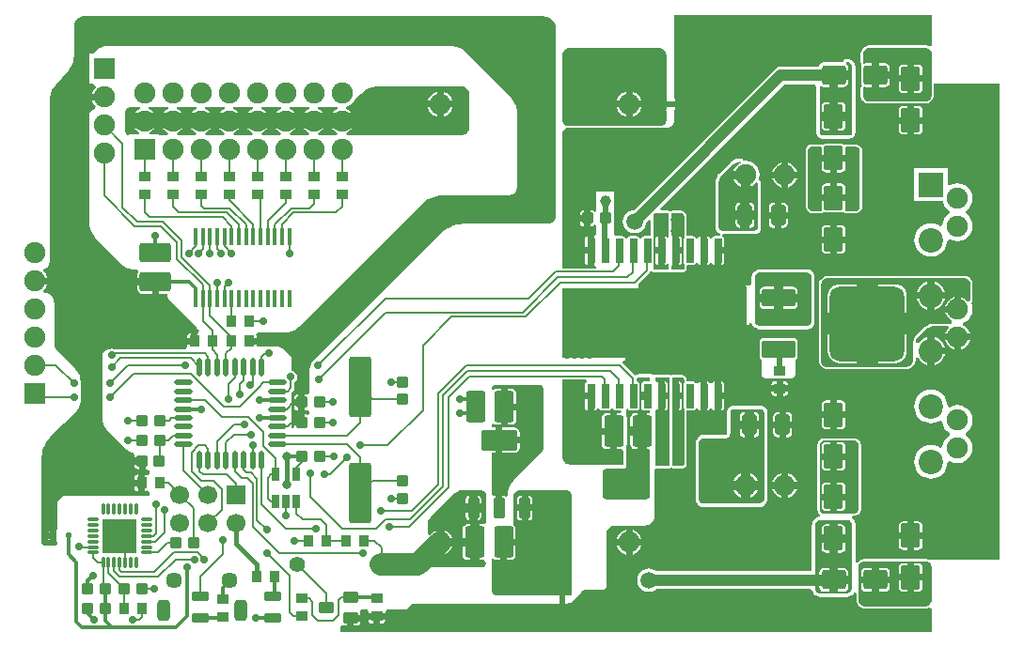
<source format=gbl>
G04 Layer_Physical_Order=2*
G04 Layer_Color=16711680*
%FSLAX43Y43*%
%MOMM*%
G71*
G01*
G75*
%ADD13C,0.200*%
%ADD14C,0.400*%
%ADD15C,0.300*%
%ADD17C,1.900*%
%ADD18C,1.450*%
G04:AMPARAMS|DCode=19|XSize=1.9mm|YSize=1.2mm|CornerRadius=0.36mm|HoleSize=0mm|Usage=FLASHONLY|Rotation=270.000|XOffset=0mm|YOffset=0mm|HoleType=Round|Shape=RoundedRectangle|*
%AMROUNDEDRECTD19*
21,1,1.900,0.480,0,0,270.0*
21,1,1.180,1.200,0,0,270.0*
1,1,0.720,-0.240,-0.590*
1,1,0.720,-0.240,0.590*
1,1,0.720,0.240,0.590*
1,1,0.720,0.240,-0.590*
%
%ADD19ROUNDEDRECTD19*%
%ADD20R,1.900X1.900*%
%ADD21C,2.200*%
%ADD22R,2.200X2.200*%
%ADD23R,1.900X1.900*%
%ADD24C,1.400*%
%ADD25C,1.700*%
%ADD26R,1.700X1.700*%
%ADD27C,1.500*%
%ADD28C,0.700*%
%ADD29C,1.000*%
%ADD30C,0.800*%
G04:AMPARAMS|DCode=31|XSize=0.91mm|YSize=1.46mm|CornerRadius=0.114mm|HoleSize=0mm|Usage=FLASHONLY|Rotation=90.000|XOffset=0mm|YOffset=0mm|HoleType=Round|Shape=RoundedRectangle|*
%AMROUNDEDRECTD31*
21,1,0.910,1.232,0,0,90.0*
21,1,0.683,1.460,0,0,90.0*
1,1,0.228,0.616,0.341*
1,1,0.228,0.616,-0.341*
1,1,0.228,-0.616,-0.341*
1,1,0.228,-0.616,0.341*
%
%ADD31ROUNDEDRECTD31*%
G04:AMPARAMS|DCode=32|XSize=0.94mm|YSize=1.03mm|CornerRadius=0.117mm|HoleSize=0mm|Usage=FLASHONLY|Rotation=180.000|XOffset=0mm|YOffset=0mm|HoleType=Round|Shape=RoundedRectangle|*
%AMROUNDEDRECTD32*
21,1,0.940,0.795,0,0,180.0*
21,1,0.705,1.030,0,0,180.0*
1,1,0.235,-0.352,0.398*
1,1,0.235,0.352,0.398*
1,1,0.235,0.352,-0.398*
1,1,0.235,-0.352,-0.398*
%
%ADD32ROUNDEDRECTD32*%
G04:AMPARAMS|DCode=33|XSize=0.5mm|YSize=0.5mm|CornerRadius=0.063mm|HoleSize=0mm|Usage=FLASHONLY|Rotation=180.000|XOffset=0mm|YOffset=0mm|HoleType=Round|Shape=RoundedRectangle|*
%AMROUNDEDRECTD33*
21,1,0.500,0.375,0,0,180.0*
21,1,0.375,0.500,0,0,180.0*
1,1,0.125,-0.188,0.188*
1,1,0.125,0.188,0.188*
1,1,0.125,0.188,-0.188*
1,1,0.125,-0.188,-0.188*
%
%ADD33ROUNDEDRECTD33*%
G04:AMPARAMS|DCode=34|XSize=0.26mm|YSize=0.99mm|CornerRadius=0.033mm|HoleSize=0mm|Usage=FLASHONLY|Rotation=0.000|XOffset=0mm|YOffset=0mm|HoleType=Round|Shape=RoundedRectangle|*
%AMROUNDEDRECTD34*
21,1,0.260,0.925,0,0,0.0*
21,1,0.195,0.990,0,0,0.0*
1,1,0.065,0.098,-0.463*
1,1,0.065,-0.098,-0.463*
1,1,0.065,-0.098,0.463*
1,1,0.065,0.098,0.463*
%
%ADD34ROUNDEDRECTD34*%
G04:AMPARAMS|DCode=35|XSize=0.26mm|YSize=0.99mm|CornerRadius=0.033mm|HoleSize=0mm|Usage=FLASHONLY|Rotation=90.000|XOffset=0mm|YOffset=0mm|HoleType=Round|Shape=RoundedRectangle|*
%AMROUNDEDRECTD35*
21,1,0.260,0.925,0,0,90.0*
21,1,0.195,0.990,0,0,90.0*
1,1,0.065,0.463,0.098*
1,1,0.065,0.463,-0.098*
1,1,0.065,-0.463,-0.098*
1,1,0.065,-0.463,0.098*
%
%ADD35ROUNDEDRECTD35*%
%ADD36R,3.130X3.130*%
%ADD37O,0.550X1.650*%
%ADD38O,1.650X0.550*%
G04:AMPARAMS|DCode=39|XSize=0.92mm|YSize=1.08mm|CornerRadius=0.115mm|HoleSize=0mm|Usage=FLASHONLY|Rotation=180.000|XOffset=0mm|YOffset=0mm|HoleType=Round|Shape=RoundedRectangle|*
%AMROUNDEDRECTD39*
21,1,0.920,0.850,0,0,180.0*
21,1,0.690,1.080,0,0,180.0*
1,1,0.230,-0.345,0.425*
1,1,0.230,0.345,0.425*
1,1,0.230,0.345,-0.425*
1,1,0.230,-0.345,-0.425*
%
%ADD39ROUNDEDRECTD39*%
G04:AMPARAMS|DCode=40|XSize=0.92mm|YSize=1.08mm|CornerRadius=0.115mm|HoleSize=0mm|Usage=FLASHONLY|Rotation=270.000|XOffset=0mm|YOffset=0mm|HoleType=Round|Shape=RoundedRectangle|*
%AMROUNDEDRECTD40*
21,1,0.920,0.850,0,0,270.0*
21,1,0.690,1.080,0,0,270.0*
1,1,0.230,-0.425,-0.345*
1,1,0.230,-0.425,0.345*
1,1,0.230,0.425,0.345*
1,1,0.230,0.425,-0.345*
%
%ADD40ROUNDEDRECTD40*%
G04:AMPARAMS|DCode=41|XSize=0.94mm|YSize=1.03mm|CornerRadius=0.117mm|HoleSize=0mm|Usage=FLASHONLY|Rotation=90.000|XOffset=0mm|YOffset=0mm|HoleType=Round|Shape=RoundedRectangle|*
%AMROUNDEDRECTD41*
21,1,0.940,0.795,0,0,90.0*
21,1,0.705,1.030,0,0,90.0*
1,1,0.235,0.398,0.352*
1,1,0.235,0.398,-0.352*
1,1,0.235,-0.398,-0.352*
1,1,0.235,-0.398,0.352*
%
%ADD41ROUNDEDRECTD41*%
G04:AMPARAMS|DCode=42|XSize=0.61mm|YSize=1.26mm|CornerRadius=0.076mm|HoleSize=0mm|Usage=FLASHONLY|Rotation=0.000|XOffset=0mm|YOffset=0mm|HoleType=Round|Shape=RoundedRectangle|*
%AMROUNDEDRECTD42*
21,1,0.610,1.107,0,0,0.0*
21,1,0.458,1.260,0,0,0.0*
1,1,0.153,0.229,-0.554*
1,1,0.153,-0.229,-0.554*
1,1,0.153,-0.229,0.554*
1,1,0.153,0.229,0.554*
%
%ADD42ROUNDEDRECTD42*%
G04:AMPARAMS|DCode=43|XSize=0.97mm|YSize=1.85mm|CornerRadius=0.121mm|HoleSize=0mm|Usage=FLASHONLY|Rotation=180.000|XOffset=0mm|YOffset=0mm|HoleType=Round|Shape=RoundedRectangle|*
%AMROUNDEDRECTD43*
21,1,0.970,1.607,0,0,180.0*
21,1,0.728,1.850,0,0,180.0*
1,1,0.242,-0.364,0.804*
1,1,0.242,0.364,0.804*
1,1,0.242,0.364,-0.804*
1,1,0.242,-0.364,-0.804*
%
%ADD43ROUNDEDRECTD43*%
G04:AMPARAMS|DCode=44|XSize=3.27mm|YSize=1.85mm|CornerRadius=0.231mm|HoleSize=0mm|Usage=FLASHONLY|Rotation=180.000|XOffset=0mm|YOffset=0mm|HoleType=Round|Shape=RoundedRectangle|*
%AMROUNDEDRECTD44*
21,1,3.270,1.387,0,0,180.0*
21,1,2.808,1.850,0,0,180.0*
1,1,0.463,-1.404,0.694*
1,1,0.463,1.404,0.694*
1,1,0.463,1.404,-0.694*
1,1,0.463,-1.404,-0.694*
%
%ADD44ROUNDEDRECTD44*%
G04:AMPARAMS|DCode=45|XSize=1.76mm|YSize=2.82mm|CornerRadius=0.22mm|HoleSize=0mm|Usage=FLASHONLY|Rotation=180.000|XOffset=0mm|YOffset=0mm|HoleType=Round|Shape=RoundedRectangle|*
%AMROUNDEDRECTD45*
21,1,1.760,2.380,0,0,180.0*
21,1,1.320,2.820,0,0,180.0*
1,1,0.440,-0.660,1.190*
1,1,0.440,0.660,1.190*
1,1,0.440,0.660,-1.190*
1,1,0.440,-0.660,-1.190*
%
%ADD45ROUNDEDRECTD45*%
G04:AMPARAMS|DCode=46|XSize=1.05mm|YSize=1.07mm|CornerRadius=0.131mm|HoleSize=0mm|Usage=FLASHONLY|Rotation=180.000|XOffset=0mm|YOffset=0mm|HoleType=Round|Shape=RoundedRectangle|*
%AMROUNDEDRECTD46*
21,1,1.050,0.808,0,0,180.0*
21,1,0.787,1.070,0,0,180.0*
1,1,0.263,-0.394,0.404*
1,1,0.263,0.394,0.404*
1,1,0.263,0.394,-0.404*
1,1,0.263,-0.394,-0.404*
%
%ADD46ROUNDEDRECTD46*%
G04:AMPARAMS|DCode=47|XSize=1.28mm|YSize=1.87mm|CornerRadius=0.16mm|HoleSize=0mm|Usage=FLASHONLY|Rotation=180.000|XOffset=0mm|YOffset=0mm|HoleType=Round|Shape=RoundedRectangle|*
%AMROUNDEDRECTD47*
21,1,1.280,1.550,0,0,180.0*
21,1,0.960,1.870,0,0,180.0*
1,1,0.320,-0.480,0.775*
1,1,0.320,0.480,0.775*
1,1,0.320,0.480,-0.775*
1,1,0.320,-0.480,-0.775*
%
%ADD47ROUNDEDRECTD47*%
G04:AMPARAMS|DCode=48|XSize=1.74mm|YSize=2.17mm|CornerRadius=0.218mm|HoleSize=0mm|Usage=FLASHONLY|Rotation=180.000|XOffset=0mm|YOffset=0mm|HoleType=Round|Shape=RoundedRectangle|*
%AMROUNDEDRECTD48*
21,1,1.740,1.735,0,0,180.0*
21,1,1.305,2.170,0,0,180.0*
1,1,0.435,-0.652,0.868*
1,1,0.435,0.652,0.868*
1,1,0.435,0.652,-0.868*
1,1,0.435,-0.652,-0.868*
%
%ADD48ROUNDEDRECTD48*%
G04:AMPARAMS|DCode=49|XSize=1.74mm|YSize=2.17mm|CornerRadius=0.218mm|HoleSize=0mm|Usage=FLASHONLY|Rotation=270.000|XOffset=0mm|YOffset=0mm|HoleType=Round|Shape=RoundedRectangle|*
%AMROUNDEDRECTD49*
21,1,1.740,1.735,0,0,270.0*
21,1,1.305,2.170,0,0,270.0*
1,1,0.435,-0.868,-0.652*
1,1,0.435,-0.868,0.652*
1,1,0.435,0.868,0.652*
1,1,0.435,0.868,-0.652*
%
%ADD49ROUNDEDRECTD49*%
G04:AMPARAMS|DCode=50|XSize=1.76mm|YSize=2.82mm|CornerRadius=0.22mm|HoleSize=0mm|Usage=FLASHONLY|Rotation=270.000|XOffset=0mm|YOffset=0mm|HoleType=Round|Shape=RoundedRectangle|*
%AMROUNDEDRECTD50*
21,1,1.760,2.380,0,0,270.0*
21,1,1.320,2.820,0,0,270.0*
1,1,0.440,-1.190,-0.660*
1,1,0.440,-1.190,0.660*
1,1,0.440,1.190,0.660*
1,1,0.440,1.190,-0.660*
%
%ADD50ROUNDEDRECTD50*%
G04:AMPARAMS|DCode=51|XSize=1.47mm|YSize=0.41mm|CornerRadius=0.051mm|HoleSize=0mm|Usage=FLASHONLY|Rotation=270.000|XOffset=0mm|YOffset=0mm|HoleType=Round|Shape=RoundedRectangle|*
%AMROUNDEDRECTD51*
21,1,1.470,0.308,0,0,270.0*
21,1,1.367,0.410,0,0,270.0*
1,1,0.102,-0.154,-0.684*
1,1,0.102,-0.154,0.684*
1,1,0.102,0.154,0.684*
1,1,0.102,0.154,-0.684*
%
%ADD51ROUNDEDRECTD51*%
%ADD52R,16.650X6.350*%
G04:AMPARAMS|DCode=53|XSize=0.71mm|YSize=2.19mm|CornerRadius=0.089mm|HoleSize=0mm|Usage=FLASHONLY|Rotation=0.000|XOffset=0mm|YOffset=0mm|HoleType=Round|Shape=RoundedRectangle|*
%AMROUNDEDRECTD53*
21,1,0.710,2.013,0,0,0.0*
21,1,0.532,2.190,0,0,0.0*
1,1,0.177,0.266,-1.006*
1,1,0.177,-0.266,-1.006*
1,1,0.177,-0.266,1.006*
1,1,0.177,0.266,1.006*
%
%ADD53ROUNDEDRECTD53*%
G04:AMPARAMS|DCode=54|XSize=5.5mm|YSize=2mm|CornerRadius=0.25mm|HoleSize=0mm|Usage=FLASHONLY|Rotation=90.000|XOffset=0mm|YOffset=0mm|HoleType=Round|Shape=RoundedRectangle|*
%AMROUNDEDRECTD54*
21,1,5.500,1.500,0,0,90.0*
21,1,5.000,2.000,0,0,90.0*
1,1,0.500,0.750,2.500*
1,1,0.500,0.750,-2.500*
1,1,0.500,-0.750,-2.500*
1,1,0.500,-0.750,2.500*
%
%ADD54ROUNDEDRECTD54*%
G04:AMPARAMS|DCode=55|XSize=6.7mm|YSize=6.7mm|CornerRadius=0.838mm|HoleSize=0mm|Usage=FLASHONLY|Rotation=90.000|XOffset=0mm|YOffset=0mm|HoleType=Round|Shape=RoundedRectangle|*
%AMROUNDEDRECTD55*
21,1,6.700,5.025,0,0,90.0*
21,1,5.025,6.700,0,0,90.0*
1,1,1.675,2.513,2.513*
1,1,1.675,2.513,-2.513*
1,1,1.675,-2.513,-2.513*
1,1,1.675,-2.513,2.513*
%
%ADD55ROUNDEDRECTD55*%
G04:AMPARAMS|DCode=56|XSize=1.6mm|YSize=3mm|CornerRadius=0.2mm|HoleSize=0mm|Usage=FLASHONLY|Rotation=90.000|XOffset=0mm|YOffset=0mm|HoleType=Round|Shape=RoundedRectangle|*
%AMROUNDEDRECTD56*
21,1,1.600,2.600,0,0,90.0*
21,1,1.200,3.000,0,0,90.0*
1,1,0.400,1.300,0.600*
1,1,0.400,1.300,-0.600*
1,1,0.400,-1.300,-0.600*
1,1,0.400,-1.300,0.600*
%
%ADD56ROUNDEDRECTD56*%
G04:AMPARAMS|DCode=57|XSize=1mm|YSize=1.4mm|CornerRadius=0.125mm|HoleSize=0mm|Usage=FLASHONLY|Rotation=90.000|XOffset=0mm|YOffset=0mm|HoleType=Round|Shape=RoundedRectangle|*
%AMROUNDEDRECTD57*
21,1,1.000,1.150,0,0,90.0*
21,1,0.750,1.400,0,0,90.0*
1,1,0.250,0.575,0.375*
1,1,0.250,0.575,-0.375*
1,1,0.250,-0.575,-0.375*
1,1,0.250,-0.575,0.375*
%
%ADD57ROUNDEDRECTD57*%
%ADD58C,1.000*%
%ADD59C,0.750*%
%ADD60C,0.500*%
%ADD61C,2.000*%
%ADD62R,0.600X1.600*%
%ADD63R,1.600X0.600*%
G36*
X83642Y53096D02*
X83570Y53034D01*
X83442Y52988D01*
X83270Y53059D01*
X83235Y53067D01*
X83199Y53075D01*
X83082Y53079D01*
X83079Y53078D01*
X83075Y53079D01*
X83075D01*
X83075Y53079D01*
X78025Y53079D01*
X77914Y53079D01*
X77836Y53063D01*
X77631Y52978D01*
X77565Y52934D01*
X77565Y52934D01*
X77408Y52777D01*
X77363Y52711D01*
X77279Y52506D01*
X77279Y52506D01*
X77263Y52428D01*
X77263Y52317D01*
X77263Y51532D01*
X77268Y51508D01*
X77269Y51483D01*
X77275Y51469D01*
X77279Y51454D01*
X77292Y51433D01*
X77302Y51411D01*
X77314Y51400D01*
X77323Y51387D01*
X77319Y51215D01*
X77287Y51053D01*
Y49748D01*
X77319Y49585D01*
X77374Y49502D01*
X77361Y49443D01*
X77343Y49426D01*
X77323Y49413D01*
X77314Y49399D01*
X77302Y49389D01*
X77292Y49367D01*
X77279Y49346D01*
X77275Y49331D01*
X77269Y49317D01*
X77268Y49292D01*
X77263Y49268D01*
X77263Y48533D01*
X77263Y48440D01*
X77279Y48362D01*
X77279Y48362D01*
X77350Y48189D01*
X77394Y48123D01*
X77526Y47991D01*
X77526Y47991D01*
X77592Y47947D01*
X77764Y47876D01*
X77764Y47876D01*
X77842Y47860D01*
X77936Y47860D01*
X77936Y47860D01*
X77936Y47860D01*
X83064Y47860D01*
X83174Y47860D01*
X83252Y47876D01*
X83455Y47960D01*
X83522Y48004D01*
X83522Y48004D01*
X83677Y48160D01*
X83721Y48226D01*
X83805Y48429D01*
X83821Y48507D01*
X83821Y48617D01*
X83821Y48617D01*
Y49665D01*
X86570Y49665D01*
X86587Y49664D01*
X86601Y49665D01*
X89791Y49665D01*
Y6750D01*
X83642Y6750D01*
Y6750D01*
X83442Y6698D01*
X83309Y6753D01*
X83309Y6753D01*
X83231Y6768D01*
X83136Y6768D01*
X77564Y6768D01*
X77564Y6768D01*
X77465D01*
X77387Y6753D01*
X77205Y6677D01*
X77138Y6633D01*
X77138Y6633D01*
X76998Y6493D01*
X76973Y6454D01*
X76884Y6458D01*
X76773Y6507D01*
X76773Y9933D01*
X76773Y9999D01*
X76762Y10052D01*
X76750Y10116D01*
X76750Y10116D01*
X76699Y10238D01*
X76633Y10337D01*
X76540Y10430D01*
X76494Y10460D01*
X76555Y10660D01*
X76664D01*
X76744Y10660D01*
X76822Y10676D01*
X76970Y10737D01*
X76970Y10737D01*
X77037Y10781D01*
X77150Y10895D01*
X77150Y10895D01*
X77172Y10928D01*
X77194Y10961D01*
X77194Y10961D01*
X77255Y11109D01*
X77255Y11109D01*
X77271Y11187D01*
X77271Y11267D01*
X77271Y11267D01*
X77271Y17033D01*
X77271Y17119D01*
X77255Y17197D01*
X77190Y17355D01*
X77145Y17422D01*
X77024Y17543D01*
X76958Y17587D01*
X76830Y17640D01*
X76802Y17646D01*
X76775Y17654D01*
X76658Y17667D01*
X76647Y17666D01*
X76636Y17668D01*
X76636D01*
X76636Y17668D01*
X73964Y17668D01*
X73885Y17668D01*
X73807Y17653D01*
X73661Y17592D01*
X73595Y17548D01*
X73483Y17436D01*
X73439Y17370D01*
X73394Y17262D01*
X73389Y17236D01*
X73380Y17210D01*
X73365Y17094D01*
X73366Y17080D01*
X73363Y17067D01*
Y11233D01*
Y11160D01*
X73379Y11082D01*
X73435Y10946D01*
X73479Y10880D01*
X73479Y10880D01*
X73583Y10776D01*
X73596Y10767D01*
X73576Y10642D01*
X73531Y10570D01*
X73485Y10570D01*
X73368Y10547D01*
X73222Y10486D01*
X73123Y10420D01*
X73011Y10308D01*
X73011Y10308D01*
X72945Y10209D01*
X72900Y10100D01*
X72892Y10061D01*
X72879Y10024D01*
X72864Y9907D01*
X72865Y9887D01*
X72861Y9867D01*
X72861Y5671D01*
X58848D01*
X58705Y5781D01*
X58449Y5887D01*
X58175Y5923D01*
X57901Y5887D01*
X57645Y5781D01*
X57426Y5613D01*
X57258Y5394D01*
X57152Y5138D01*
X57116Y4864D01*
X57152Y4590D01*
X57258Y4335D01*
X57426Y4115D01*
X57645Y3947D01*
X57901Y3841D01*
X58175Y3805D01*
X58449Y3841D01*
X58705Y3947D01*
X58848Y4057D01*
X72669D01*
X72861Y4040D01*
X72884Y3923D01*
X72956Y3750D01*
X73022Y3651D01*
X73154Y3519D01*
X73253Y3453D01*
X73425Y3382D01*
X73542Y3358D01*
X73636Y3358D01*
X73636Y3358D01*
X76064Y3358D01*
X76181Y3382D01*
X76366Y3458D01*
X76465Y3525D01*
X76607Y3666D01*
X76663Y3750D01*
X76684Y3753D01*
X76863Y3640D01*
Y3133D01*
X76863Y3069D01*
X76867Y3049D01*
Y3029D01*
X76892Y2903D01*
X76900Y2885D01*
X76904Y2865D01*
X76953Y2746D01*
X76964Y2730D01*
X76972Y2711D01*
X77043Y2604D01*
X77057Y2590D01*
X77068Y2573D01*
X77159Y2482D01*
X77176Y2471D01*
X77190Y2457D01*
X77297Y2386D01*
X77315Y2378D01*
X77332Y2367D01*
X77451Y2318D01*
X77470Y2314D01*
X77489Y2306D01*
X77615Y2281D01*
X77635D01*
X77655Y2277D01*
X77719Y2277D01*
X82981Y2277D01*
X82981Y2277D01*
X83108Y2277D01*
X83186Y2293D01*
X83419Y2390D01*
X83442Y2405D01*
X83642Y2335D01*
Y228D01*
X36867Y228D01*
X30400Y228D01*
Y661D01*
X30598Y769D01*
X30725Y744D01*
X31000D01*
Y1450D01*
X31300D01*
Y1750D01*
X32206D01*
Y1825D01*
X32181Y1952D01*
X32149Y2000D01*
X32226Y2188D01*
X32238Y2200D01*
X32826D01*
X32864Y2167D01*
X32965Y2000D01*
X32954Y1945D01*
Y1900D01*
X33700D01*
X34446D01*
Y1945D01*
X34435Y2000D01*
X34536Y2167D01*
X34574Y2200D01*
X36303D01*
X36867Y2764D01*
X46300Y2764D01*
X49904Y2764D01*
Y2336D01*
X49920Y2258D01*
X49964Y2192D01*
X50030Y2147D01*
X50108Y2132D01*
X50708D01*
X50786Y2147D01*
X50852Y2192D01*
X50896Y2258D01*
X50912Y2336D01*
Y2787D01*
X50967Y2798D01*
X51109Y2857D01*
X51237Y2942D01*
X51294Y2994D01*
X51700Y3400D01*
X52059Y3759D01*
X52116Y3816D01*
X52251Y3906D01*
X52401Y3968D01*
X52560Y4000D01*
X52641Y4000D01*
X52641Y4000D01*
X54000Y4000D01*
X54076Y4007D01*
X54215Y4065D01*
X54322Y4172D01*
X54379Y4312D01*
X54386Y4388D01*
X54386Y4388D01*
X54367Y9064D01*
Y9133D01*
X54394Y9268D01*
X54447Y9396D01*
X54523Y9511D01*
X54621Y9608D01*
X54735Y9685D01*
X54863Y9737D01*
X54998Y9764D01*
X55067D01*
X55067Y9764D01*
X57739D01*
X57833Y9769D01*
X58018Y9806D01*
X58192Y9878D01*
X58349Y9982D01*
X58482Y10116D01*
X58587Y10272D01*
X58659Y10446D01*
X58695Y10631D01*
X58700Y10725D01*
X58700Y10725D01*
X58700Y14803D01*
X58703Y14809D01*
X58857Y14960D01*
X58857Y14960D01*
X59351Y14960D01*
X59367Y14958D01*
X59383Y14960D01*
X60067Y14960D01*
X60145Y14976D01*
X60217Y15017D01*
X60273Y14983D01*
X60279Y14982D01*
X60289Y14976D01*
X60319Y14970D01*
X60349Y14961D01*
X60358Y14962D01*
X60367Y14960D01*
X60751D01*
X60767Y14958D01*
X60783Y14960D01*
X61207Y14960D01*
X61285Y14976D01*
X61358Y15006D01*
X61424Y15051D01*
X61424Y15051D01*
X61481Y15107D01*
X61525Y15173D01*
X61555Y15246D01*
X61571Y15325D01*
Y15364D01*
X61571Y15364D01*
Y20154D01*
X61609Y20185D01*
X62141D01*
X62254Y20208D01*
X62349Y20272D01*
X62405Y20355D01*
X62501Y20367D01*
X62519D01*
X62615Y20355D01*
X62671Y20272D01*
X62766Y20208D01*
X62845Y20192D01*
Y21486D01*
Y22780D01*
X62766Y22764D01*
X62671Y22700D01*
X62615Y22617D01*
X62519Y22605D01*
X62501D01*
X62405Y22617D01*
X62349Y22700D01*
X62254Y22764D01*
X62141Y22787D01*
X61609D01*
X61571Y22818D01*
Y23004D01*
X61555Y23082D01*
X61555Y23082D01*
X61525Y23156D01*
X61481Y23222D01*
X61481Y23222D01*
X61425Y23278D01*
X61414Y23285D01*
X61405Y23295D01*
X61381Y23307D01*
X61359Y23322D01*
X61346Y23324D01*
X61334Y23330D01*
X61220Y23361D01*
X61193Y23363D01*
X61167Y23368D01*
X61049Y23368D01*
X61049Y23368D01*
X61049Y23368D01*
X60271Y23368D01*
X60239Y23362D01*
X60206Y23358D01*
X60200Y23354D01*
X60193Y23353D01*
X60169Y23337D01*
X60145Y23353D01*
X60067Y23368D01*
X58767Y23368D01*
X58689Y23353D01*
X58516Y23381D01*
X58417Y23447D01*
X58300Y23470D01*
X57367Y23470D01*
X57329Y23463D01*
X57291Y23460D01*
X57163Y23427D01*
X57140Y23417D01*
X57115Y23411D01*
X56944Y23335D01*
X56935Y23329D01*
X55803Y24461D01*
X55814Y24542D01*
X55873Y24661D01*
X58400D01*
Y28036D01*
Y31411D01*
X57334D01*
X57251Y31611D01*
X58183Y32543D01*
X58183Y32543D01*
X58250Y32643D01*
X58255Y32672D01*
X58302Y32702D01*
X58465Y32739D01*
X58513Y32692D01*
X58513Y32692D01*
X58579Y32648D01*
X58657Y32632D01*
X59967Y32632D01*
X60045Y32648D01*
X60067Y32662D01*
X60073Y32658D01*
X60083Y32654D01*
X60093Y32648D01*
X60121Y32642D01*
X60148Y32634D01*
X60160Y32635D01*
X60171Y32632D01*
X61277Y32632D01*
X61277Y32632D01*
X61355Y32648D01*
X61421Y32692D01*
X61511Y32782D01*
X61555Y32848D01*
X61571Y32926D01*
Y33254D01*
X61609Y33285D01*
X62141D01*
X62254Y33308D01*
X62349Y33372D01*
X62405Y33455D01*
X62501Y33467D01*
X62519D01*
X62615Y33455D01*
X62671Y33372D01*
X62766Y33308D01*
X62845Y33292D01*
Y34586D01*
Y35880D01*
X62766Y35864D01*
X62671Y35800D01*
X62615Y35717D01*
X62519Y35705D01*
X62501D01*
X62405Y35717D01*
X62349Y35800D01*
X62254Y35864D01*
X62141Y35887D01*
X61609D01*
X61571Y35918D01*
X61571Y37664D01*
X61571Y37664D01*
Y37664D01*
X61567Y37684D01*
X61567Y37705D01*
X61544Y37820D01*
X61536Y37839D01*
X61532Y37858D01*
X61510Y37912D01*
X61465Y37978D01*
X61381Y38063D01*
X61381Y38063D01*
X61348Y38085D01*
X61315Y38107D01*
X61315Y38107D01*
X61205Y38153D01*
X61205Y38153D01*
X61127Y38168D01*
X60289Y38168D01*
X60272Y38165D01*
X60255Y38165D01*
X60234Y38157D01*
X60211Y38153D01*
X60111Y38108D01*
X60045Y38153D01*
X59967Y38168D01*
X59273Y38168D01*
X59197Y38353D01*
X70401Y49557D01*
X73109D01*
X73127Y49549D01*
X73176Y49504D01*
X73261Y49362D01*
X73261Y49357D01*
X73261Y45333D01*
X73261Y45260D01*
X73284Y45143D01*
X73284Y45143D01*
X73284Y45143D01*
X73340Y45007D01*
X73407Y44908D01*
X73511Y44804D01*
X73610Y44738D01*
X73745Y44682D01*
X73862Y44658D01*
X73936Y44658D01*
X76164Y44658D01*
X76194Y44664D01*
X76225Y44664D01*
X76342Y44688D01*
X76369Y44700D01*
X76399Y44705D01*
X76453Y44728D01*
X76552Y44794D01*
X76637Y44879D01*
X76703Y44978D01*
X76703Y44978D01*
X76750Y45090D01*
X76750Y45090D01*
X76750Y45090D01*
X76773Y45207D01*
X76773Y45267D01*
X76773Y51133D01*
X76773Y51133D01*
X76773Y51219D01*
X76750Y51336D01*
X76684Y51494D01*
X76618Y51594D01*
X76496Y51715D01*
X76397Y51781D01*
X76239Y51847D01*
X76121Y51870D01*
X75951D01*
X75930Y51866D01*
X75908Y51867D01*
X75872Y51854D01*
X75834Y51847D01*
X75816Y51835D01*
X75795Y51827D01*
X75767Y51802D01*
X75735Y51781D01*
X75723Y51762D01*
X75706Y51748D01*
X75690Y51726D01*
X75688Y51722D01*
X75685Y51719D01*
X75662Y51668D01*
X75638Y51618D01*
X75638Y51614D01*
X75636Y51610D01*
X75636Y51580D01*
X73952D01*
X73751Y51540D01*
X73579Y51426D01*
X73465Y51254D01*
X73448Y51171D01*
X70067D01*
X69858Y51144D01*
X69663Y51063D01*
X69496Y50935D01*
X56808Y38247D01*
X56629Y38223D01*
X56373Y38117D01*
X56154Y37949D01*
X55985Y37730D01*
X55880Y37474D01*
X55844Y37200D01*
X55880Y36926D01*
X55985Y36670D01*
X56154Y36451D01*
X56373Y36283D01*
X56629Y36177D01*
X56903Y36141D01*
X57177Y36177D01*
X57432Y36283D01*
X57652Y36451D01*
X57820Y36670D01*
X57926Y36926D01*
X57949Y37105D01*
X58178Y37334D01*
X58363Y37258D01*
Y35913D01*
X58331Y35887D01*
X57799D01*
X57686Y35864D01*
X57591Y35800D01*
X57535Y35717D01*
X57439Y35705D01*
X57421D01*
X57325Y35717D01*
X57269Y35800D01*
X57174Y35864D01*
X57061Y35887D01*
X56529D01*
X56416Y35864D01*
X56321Y35800D01*
X56265Y35717D01*
X56169Y35705D01*
X56151D01*
X56055Y35717D01*
X55999Y35800D01*
X55904Y35864D01*
X55791Y35887D01*
X55259D01*
X55067Y36034D01*
Y39864D01*
X53467D01*
Y38134D01*
X53267Y38073D01*
X53231Y38126D01*
X53126Y38197D01*
X53002Y38221D01*
X52950D01*
Y37500D01*
Y36779D01*
X53002D01*
X53126Y36803D01*
X53231Y36874D01*
X53267Y36927D01*
X53467Y36866D01*
Y36032D01*
X53452Y36007D01*
X53285Y35896D01*
Y34586D01*
Y33258D01*
X53406Y33159D01*
X53396Y33047D01*
X53367Y32984D01*
X53279Y32970D01*
X50367D01*
X50367Y45067D01*
X50367Y45181D01*
X50454Y45391D01*
X50615Y45552D01*
X50816Y45635D01*
X50861Y45635D01*
X59139Y45635D01*
X59264Y45635D01*
X59284Y45639D01*
X59739D01*
X59811Y45643D01*
X59953Y45671D01*
X60086Y45726D01*
X60206Y45806D01*
X60308Y45908D01*
X60388Y46028D01*
X60443Y46161D01*
X60471Y46303D01*
X60475Y46375D01*
X60475Y46375D01*
Y47282D01*
X60958D01*
X61036Y47297D01*
X61102Y47342D01*
X61146Y47408D01*
X61162Y47486D01*
Y48086D01*
X61146Y48164D01*
X61102Y48230D01*
X61036Y48274D01*
X60958Y48290D01*
X60475D01*
X60475Y55791D01*
X83642D01*
Y53096D01*
D02*
G37*
G36*
X83075Y52875D02*
X83075Y52875D01*
X83075D01*
X83192Y52871D01*
X83382Y52792D01*
X83534Y52640D01*
X83617Y52441D01*
Y48617D01*
X83617Y48617D01*
X83617Y48507D01*
X83533Y48304D01*
X83377Y48148D01*
X83174Y48064D01*
X83064Y48064D01*
X77936Y48064D01*
X77936Y48064D01*
X77842Y48064D01*
X77670Y48136D01*
X77538Y48268D01*
X77467Y48440D01*
X77467Y48533D01*
X77467Y49268D01*
X77594Y49345D01*
X77713Y49322D01*
X78280D01*
Y50400D01*
Y51478D01*
X77713D01*
X77594Y51455D01*
X77467Y51532D01*
X77467Y52317D01*
X77467Y52428D01*
X77552Y52633D01*
X77709Y52790D01*
X77914Y52875D01*
X78025Y52875D01*
X83075Y52875D01*
X83075Y52875D01*
D02*
G37*
G36*
X76121Y51564D02*
X76280Y51499D01*
X76401Y51377D01*
X76467Y51219D01*
X76467Y51133D01*
X76467D01*
X76467Y45267D01*
X76467Y45207D01*
X76421Y45096D01*
X76336Y45010D01*
X76282Y44988D01*
X76164Y44964D01*
X73936Y44964D01*
X73862Y44964D01*
X73727Y45020D01*
X73623Y45124D01*
X73567Y45260D01*
X73567Y45333D01*
X73567Y49362D01*
X73694Y49418D01*
X73790Y49354D01*
X73952Y49322D01*
X74420D01*
Y50400D01*
X74820D01*
Y50800D01*
X76113D01*
Y51053D01*
X76081Y51215D01*
X75989Y51354D01*
X75964Y51370D01*
X75935Y51542D01*
X75951Y51564D01*
X76121D01*
D02*
G37*
G36*
X33824Y49400D02*
X41300Y49400D01*
X41300Y49400D01*
X41300Y49400D01*
X41300D01*
X41418Y49390D01*
X41504Y49373D01*
X41632Y49320D01*
X41746Y49244D01*
X41844Y49146D01*
X41920Y49032D01*
X41973Y48904D01*
X42000Y48769D01*
X42000Y45700D01*
X42000Y45700D01*
Y45631D01*
X41973Y45496D01*
X41920Y45368D01*
X41844Y45254D01*
X41746Y45156D01*
X41632Y45080D01*
X41504Y45027D01*
X41369Y45000D01*
X41300D01*
X31040Y45000D01*
X30896Y45060D01*
X30884Y45104D01*
X30886Y45193D01*
X31110Y45285D01*
X31350Y45470D01*
X31442Y45590D01*
X29618D01*
X29710Y45470D01*
X29950Y45285D01*
X30174Y45193D01*
X30176Y45104D01*
X30164Y45060D01*
X30020Y45000D01*
X28500Y45000D01*
X28356Y45060D01*
X28344Y45104D01*
X28346Y45193D01*
X28570Y45285D01*
X28810Y45470D01*
X28902Y45590D01*
X27078D01*
X27170Y45470D01*
X27410Y45285D01*
X27634Y45193D01*
X27636Y45104D01*
X27624Y45060D01*
X27480Y45000D01*
X25960Y45000D01*
X25816Y45060D01*
X25804Y45104D01*
X25806Y45193D01*
X26030Y45285D01*
X26270Y45470D01*
X26362Y45590D01*
X24538D01*
X24630Y45470D01*
X24870Y45285D01*
X25094Y45193D01*
X25096Y45104D01*
X25084Y45060D01*
X24940Y45000D01*
X23420Y45000D01*
X23276Y45060D01*
X23264Y45104D01*
X23266Y45193D01*
X23490Y45285D01*
X23730Y45470D01*
X23822Y45590D01*
X21998D01*
X22090Y45470D01*
X22330Y45285D01*
X22554Y45193D01*
X22556Y45104D01*
X22544Y45060D01*
X22400Y45000D01*
X20880Y45000D01*
X20736Y45060D01*
X20724Y45104D01*
X20726Y45193D01*
X20950Y45285D01*
X21190Y45470D01*
X21282Y45590D01*
X19458D01*
X19550Y45470D01*
X19790Y45285D01*
X20014Y45193D01*
X20016Y45104D01*
X20004Y45060D01*
X19860Y45000D01*
X18340Y45000D01*
X18196Y45060D01*
X18184Y45104D01*
X18186Y45193D01*
X18410Y45285D01*
X18650Y45470D01*
X18742Y45590D01*
X16918D01*
X17010Y45470D01*
X17250Y45285D01*
X17474Y45193D01*
X17476Y45104D01*
X17464Y45060D01*
X17320Y45000D01*
X15800Y45000D01*
X15656Y45060D01*
X15644Y45104D01*
X15646Y45193D01*
X15870Y45285D01*
X16110Y45470D01*
X16202Y45590D01*
X14378D01*
X14470Y45470D01*
X14710Y45285D01*
X14934Y45193D01*
X14936Y45104D01*
X14924Y45060D01*
X14780Y45000D01*
X14100Y45000D01*
Y45100D01*
X13214D01*
X13189Y45227D01*
X13330Y45285D01*
X13570Y45470D01*
X13662Y45590D01*
X11838D01*
X11930Y45470D01*
X12170Y45285D01*
X12311Y45227D01*
X12286Y45100D01*
X11400D01*
X11400Y45086D01*
X11273Y45020D01*
X11173Y45061D01*
X11061Y45173D01*
X11000Y45320D01*
X11000Y47000D01*
X11000D01*
X11000Y47099D01*
X11076Y47283D01*
X11217Y47424D01*
X11401Y47500D01*
X11500Y47500D01*
X12334D01*
X12359Y47373D01*
X12170Y47295D01*
X11930Y47110D01*
X11838Y46990D01*
X13662D01*
X13570Y47110D01*
X13330Y47295D01*
X13141Y47373D01*
X13166Y47500D01*
X14874D01*
X14899Y47373D01*
X14710Y47295D01*
X14470Y47110D01*
X14378Y46990D01*
X16202D01*
X16110Y47110D01*
X15870Y47295D01*
X15681Y47373D01*
X15706Y47500D01*
X17414D01*
X17439Y47373D01*
X17250Y47295D01*
X17010Y47110D01*
X16918Y46990D01*
X18742D01*
X18650Y47110D01*
X18410Y47295D01*
X18221Y47373D01*
X18246Y47500D01*
X19954D01*
X19979Y47373D01*
X19790Y47295D01*
X19550Y47110D01*
X19458Y46990D01*
X21282D01*
X21190Y47110D01*
X20950Y47295D01*
X20761Y47373D01*
X20786Y47500D01*
X22494Y47500D01*
X22519Y47373D01*
X22330Y47295D01*
X22090Y47110D01*
X21998Y46990D01*
X23822D01*
X23730Y47110D01*
X23490Y47295D01*
X23301Y47373D01*
X23326Y47500D01*
X25034D01*
X25059Y47373D01*
X24870Y47295D01*
X24630Y47110D01*
X24538Y46990D01*
X26362D01*
X26270Y47110D01*
X26030Y47295D01*
X25841Y47373D01*
X25866Y47500D01*
X27574D01*
X27599Y47373D01*
X27410Y47295D01*
X27170Y47110D01*
X27078Y46990D01*
X28902D01*
X28810Y47110D01*
X28570Y47295D01*
X28381Y47373D01*
X28406Y47500D01*
X30114D01*
X30139Y47373D01*
X29950Y47295D01*
X29710Y47110D01*
X29618Y46990D01*
X31442D01*
X31350Y47110D01*
X31110Y47295D01*
X30886Y47387D01*
X30884Y47476D01*
X30896Y47521D01*
X31211Y47651D01*
X31493Y47867D01*
X31709Y48149D01*
X31752Y48252D01*
X32246Y48746D01*
X32246Y48746D01*
X32246Y48746D01*
X32402Y48902D01*
X32767Y49146D01*
X33173Y49314D01*
X33604Y49400D01*
X33824Y49400D01*
D02*
G37*
G36*
X51064Y52864D02*
X59036Y52864D01*
X59036Y52864D01*
X59036Y52864D01*
X59036D01*
X59159Y52854D01*
X59249Y52836D01*
X59382Y52781D01*
X59502Y52701D01*
X59604Y52599D01*
X59684Y52479D01*
X59739Y52346D01*
X59767Y52205D01*
X59767Y52133D01*
X59767Y49680D01*
X59767Y48290D01*
X59358D01*
X59280Y48274D01*
X59214Y48230D01*
X59170Y48164D01*
X59154Y48086D01*
Y47486D01*
X59170Y47408D01*
X59214Y47342D01*
X59280Y47297D01*
X59358Y47282D01*
X59677D01*
X59767Y47192D01*
X59767Y46467D01*
X59767Y46467D01*
X59767Y46342D01*
X59671Y46111D01*
X59495Y45935D01*
X59264Y45839D01*
X59139Y45839D01*
X50861Y45839D01*
X50762Y45839D01*
X50581Y45914D01*
X50442Y46053D01*
X50367Y46235D01*
X50367Y46333D01*
X50367Y52167D01*
X50367Y52167D01*
X50378Y52290D01*
X50394Y52370D01*
X50446Y52497D01*
X50523Y52612D01*
X50620Y52709D01*
X50734Y52785D01*
X50861Y52838D01*
X50996Y52864D01*
X51064Y52864D01*
D02*
G37*
G36*
X7300Y55700D02*
X48700Y55700D01*
X48700Y55700D01*
X48700Y55700D01*
X48704Y55700D01*
X48886Y55684D01*
X49021Y55658D01*
X49221Y55575D01*
X49401Y55454D01*
X49554Y55301D01*
X49675Y55121D01*
X49758Y54921D01*
X49800Y54708D01*
X49800Y54600D01*
X49800Y37700D01*
X49800D01*
X49800Y37631D01*
X49773Y37496D01*
X49720Y37368D01*
X49644Y37254D01*
X49546Y37156D01*
X49432Y37080D01*
X49304Y37027D01*
X49169Y37000D01*
X47300D01*
X41559Y37000D01*
X41559Y37000D01*
X41413Y36996D01*
X41122Y36968D01*
X40835Y36911D01*
X40555Y36826D01*
X40285Y36714D01*
X40027Y36576D01*
X39784Y36414D01*
X39558Y36228D01*
X39452Y36127D01*
X28065Y24740D01*
X28065Y24740D01*
X27960Y24625D01*
X27788Y24366D01*
X27668Y24078D01*
X27608Y23773D01*
X27600Y23617D01*
X27600Y21682D01*
X27400Y21581D01*
X27376Y21597D01*
X27253Y21621D01*
X27200D01*
Y20900D01*
Y20179D01*
X27253D01*
X27376Y20203D01*
X27400Y20219D01*
X27600Y20118D01*
Y19882D01*
X27400Y19781D01*
X27376Y19797D01*
X27252Y19821D01*
X27200D01*
Y19100D01*
X26900D01*
Y18800D01*
X26224D01*
Y18702D01*
X26059Y18556D01*
X26048Y18554D01*
X26000Y18569D01*
Y21792D01*
X26166Y21959D01*
X26233Y22058D01*
X26256Y22175D01*
Y22743D01*
X26347Y22803D01*
X26468Y22985D01*
X26511Y23200D01*
X26468Y23415D01*
X26347Y23597D01*
X26165Y23718D01*
X26000Y23751D01*
X26000Y24659D01*
X26000Y24659D01*
X26000Y24659D01*
X26000Y24659D01*
X25996Y24739D01*
X25965Y24898D01*
X25903Y25047D01*
X25813Y25182D01*
X25759Y25241D01*
X25383Y25617D01*
X25383Y25617D01*
X25313Y25681D01*
X25155Y25786D01*
X24980Y25859D01*
X24794Y25895D01*
X24700Y25900D01*
X22948Y25900D01*
X22866Y26000D01*
Y26125D01*
X22200D01*
Y26725D01*
X22866D01*
Y26850D01*
X22842Y26973D01*
X22824Y27000D01*
X22921Y27200D01*
X25252Y27200D01*
X25441Y27200D01*
X25441Y27200D01*
X25441Y27200D01*
X25609Y27208D01*
X25635Y27213D01*
X25938Y27274D01*
X26248Y27402D01*
X26527Y27589D01*
X26652Y27702D01*
X37690Y38740D01*
X37690Y38740D01*
X37690Y38740D01*
X37691Y38741D01*
X37827Y38871D01*
X38015Y39025D01*
X38255Y39186D01*
X38509Y39322D01*
X38776Y39432D01*
X39052Y39516D01*
X39334Y39572D01*
X39621Y39600D01*
X39766Y39600D01*
X45600Y39600D01*
X45669Y39603D01*
X45803Y39630D01*
X45930Y39682D01*
X46044Y39759D01*
X46141Y39856D01*
X46218Y39970D01*
X46270Y40097D01*
X46297Y40231D01*
X46300Y40300D01*
X46300Y46876D01*
X46300D01*
X46300Y46876D01*
X46288Y47118D01*
X46194Y47594D01*
X46008Y48042D01*
X45739Y48445D01*
X45576Y48624D01*
X41854Y52346D01*
X41854Y52346D01*
X41691Y52494D01*
X41328Y52737D01*
X40924Y52904D01*
X40494Y52989D01*
X40276Y53000D01*
X9283Y53000D01*
X9283Y53000D01*
X9174Y52995D01*
X8962Y52953D01*
X8762Y52870D01*
X8582Y52749D01*
X8501Y52676D01*
X8145Y52320D01*
X7800D01*
Y51659D01*
X7800Y51659D01*
Y50100D01*
X7800Y50100D01*
Y49620D01*
X8048D01*
X8067Y49601D01*
X8283Y49511D01*
X8335Y49506D01*
X8397Y49334D01*
X8397Y49301D01*
X8330Y49250D01*
X8145Y49010D01*
X8030Y48730D01*
X8030Y48730D01*
X9150D01*
Y48130D01*
X8030D01*
X8030Y48130D01*
X8145Y47850D01*
X8330Y47610D01*
X8348Y47596D01*
X8289Y47389D01*
X8283Y47388D01*
X8067Y47299D01*
X7901Y47133D01*
X7812Y46917D01*
X7800Y46800D01*
Y45978D01*
X7788Y45890D01*
X7800Y45802D01*
Y43438D01*
X7788Y43350D01*
X7800Y43262D01*
X7800Y37056D01*
X7809Y36877D01*
X7879Y36526D01*
X8016Y36196D01*
X8215Y35898D01*
X8335Y35765D01*
X10765Y33335D01*
X10765Y33335D01*
X10873Y33237D01*
X10913Y33210D01*
X11115Y33075D01*
X11384Y32964D01*
X11669Y32907D01*
X11815Y32900D01*
X12147D01*
X12198Y32823D01*
X12235Y32700D01*
X12164Y32594D01*
X12132Y32430D01*
Y32070D01*
X13750D01*
Y31770D01*
X14050D01*
Y30682D01*
X14805D01*
X14806Y30669D01*
X14850Y30444D01*
X14938Y30233D01*
X15065Y30043D01*
X15141Y29959D01*
X17451Y27649D01*
X17451Y27649D01*
X17558Y27542D01*
X17700Y27329D01*
X17653Y27224D01*
X17569Y27146D01*
X17550D01*
Y26400D01*
X17250D01*
Y26100D01*
X16584D01*
Y25975D01*
X16599Y25900D01*
X16516Y25751D01*
X16469Y25700D01*
X10042Y25700D01*
X10015Y25718D01*
X9800Y25761D01*
X9585Y25718D01*
X9551Y25695D01*
X9483Y25688D01*
X9267Y25599D01*
X9101Y25433D01*
X9012Y25217D01*
X9000Y25100D01*
X9000Y19313D01*
X9006Y19192D01*
X9053Y18953D01*
X9146Y18729D01*
X9281Y18527D01*
X9363Y18437D01*
X11088Y16712D01*
X11088Y16712D01*
X11190Y16619D01*
X11237Y16588D01*
X11420Y16466D01*
X11674Y16361D01*
X11759Y16344D01*
X11858Y16142D01*
X11858Y16120D01*
X11835Y16007D01*
Y15903D01*
X12567D01*
Y15603D01*
X12867D01*
Y14862D01*
X12961D01*
X13000Y14869D01*
X13179Y14752D01*
X13200Y14721D01*
Y14454D01*
X13000Y14355D01*
X12975Y14372D01*
X12852Y14396D01*
X12807D01*
Y13650D01*
Y12904D01*
X12852D01*
X12975Y12928D01*
X13000Y12945D01*
X13200Y12846D01*
Y12800D01*
X13200Y12500D01*
X10800Y12500D01*
X5800Y12500D01*
X5800Y12500D01*
X5711Y12496D01*
X5538Y12461D01*
X5374Y12393D01*
X5227Y12295D01*
X5101Y12170D01*
X5003Y12022D01*
X4935Y11859D01*
X4901Y11685D01*
X4896Y11596D01*
X4896Y9502D01*
X4879Y9474D01*
X4800Y9422D01*
Y8900D01*
Y8378D01*
X4806Y8374D01*
X4896Y8196D01*
X4896Y8151D01*
X4861Y8066D01*
X4797Y8002D01*
X4712Y7967D01*
X3833D01*
X3833Y7967D01*
X3767Y7967D01*
X3644Y8017D01*
X3551Y8111D01*
X3500Y8234D01*
Y8300D01*
X3500Y15795D01*
X3500D01*
X3500Y15795D01*
X3505Y15989D01*
X3528Y16223D01*
X3584Y16503D01*
X3667Y16776D01*
X3776Y17040D01*
X3911Y17292D01*
X4069Y17530D01*
X4251Y17751D01*
X4352Y17852D01*
X5500Y19000D01*
X6588Y20088D01*
X6588Y20088D01*
X6588Y20088D01*
X6591Y20092D01*
X6680Y20190D01*
X6707Y20230D01*
X6834Y20419D01*
X6940Y20674D01*
X6993Y20945D01*
X7000Y21083D01*
X7000Y22833D01*
X7000Y22833D01*
X7000Y22833D01*
X6999Y22852D01*
X6992Y22985D01*
X6986Y23018D01*
X6933Y23283D01*
X6817Y23564D01*
X6648Y23816D01*
X6546Y23929D01*
X4896Y25579D01*
Y25579D01*
X4778Y25723D01*
X4730Y25795D01*
X4660Y25963D01*
X4625Y26142D01*
X4625Y26234D01*
X4625Y29875D01*
X4625D01*
X4621Y29966D01*
X4585Y30144D01*
X4516Y30311D01*
X4415Y30462D01*
X4287Y30590D01*
X4136Y30691D01*
X3969Y30760D01*
X3791Y30796D01*
X3745Y30798D01*
X3689Y30909D01*
X3680Y31000D01*
X3720Y31031D01*
X3905Y31271D01*
X4020Y31551D01*
X4020Y31551D01*
X2900D01*
Y32151D01*
X4020D01*
X4020Y32151D01*
X3905Y32431D01*
X3720Y32671D01*
X3660Y32717D01*
X3710Y32931D01*
X3710Y32931D01*
X3842Y32985D01*
X3960Y33064D01*
X4060Y33165D01*
X4139Y33283D01*
X4194Y33414D01*
X4222Y33554D01*
X4225Y33625D01*
Y34113D01*
X4262Y34391D01*
X4225Y34669D01*
X4225Y48132D01*
X4225D01*
X4225Y48132D01*
X4228Y48330D01*
X4290Y48672D01*
X4417Y49013D01*
X4603Y49326D01*
X4723Y49463D01*
X5933Y50854D01*
X5933Y50854D01*
X5933Y50854D01*
X5944Y50869D01*
X6039Y50987D01*
X6051Y51007D01*
X6213Y51279D01*
X6332Y51597D01*
X6392Y51932D01*
X6400Y52102D01*
X6400Y54800D01*
X6400D01*
X6400Y54800D01*
X6420Y54991D01*
X6434Y55062D01*
X6502Y55226D01*
X6601Y55374D01*
X6726Y55499D01*
X6873Y55598D01*
X7037Y55666D01*
X7211Y55700D01*
X7300Y55700D01*
D02*
G37*
G36*
X59967Y37964D02*
Y37382D01*
X59961Y37336D01*
X59967Y37290D01*
Y36382D01*
X59961Y36336D01*
X59967Y36290D01*
X59967Y35793D01*
X59840Y35755D01*
X59809Y35800D01*
X59714Y35864D01*
X59635Y35880D01*
Y34586D01*
Y33292D01*
X59714Y33308D01*
X59809Y33372D01*
X59840Y33417D01*
X59967Y33379D01*
Y32836D01*
X58657Y32836D01*
X58567Y32926D01*
Y33413D01*
X58603Y33467D01*
X58626Y33580D01*
Y35592D01*
X58603Y35705D01*
X58567Y35759D01*
Y37866D01*
X58665Y37964D01*
X59967Y37964D01*
D02*
G37*
G36*
X61127D02*
X61237Y37919D01*
X61321Y37834D01*
X61344Y37780D01*
X61367Y37664D01*
Y37664D01*
X61367Y37664D01*
X61367Y37664D01*
X61367Y35750D01*
X61337Y35705D01*
X61314Y35592D01*
Y33580D01*
X61337Y33467D01*
X61367Y33422D01*
Y32926D01*
X61277Y32836D01*
X60171Y32836D01*
X60171Y32836D01*
Y33204D01*
X60298Y33293D01*
X60305Y33292D01*
Y34586D01*
Y35880D01*
X60298Y35879D01*
X60171Y35968D01*
X60171Y36290D01*
X60168Y36304D01*
X60169Y36317D01*
X60167Y36336D01*
X60169Y36356D01*
X60168Y36369D01*
X60171Y36382D01*
Y37290D01*
X60168Y37304D01*
X60169Y37317D01*
X60167Y37336D01*
X60169Y37355D01*
X60168Y37369D01*
X60171Y37382D01*
Y37858D01*
X60237Y37932D01*
X60289Y37964D01*
X61127Y37964D01*
D02*
G37*
G36*
X48200Y22500D02*
X48200Y22500D01*
X48200D01*
X48382Y22466D01*
X48483Y22424D01*
X48624Y22283D01*
X48700Y22099D01*
X48700Y22000D01*
Y17083D01*
X48700Y17083D01*
X48700Y16968D01*
X48655Y16743D01*
X48567Y16531D01*
X48440Y16340D01*
X46083Y13983D01*
Y13983D01*
X45952Y13838D01*
X45735Y13514D01*
X45586Y13153D01*
X45510Y12771D01*
X45500Y12576D01*
Y12458D01*
X45300Y12397D01*
X45290Y12411D01*
X45184Y12482D01*
X45059Y12507D01*
X44995D01*
Y11376D01*
X44395D01*
Y12507D01*
X44331D01*
X44206Y12482D01*
X44200Y12478D01*
X44000Y12585D01*
X44000Y16100D01*
Y16341D01*
X44395D01*
Y17474D01*
Y18608D01*
X44000D01*
Y18920D01*
X44115Y18975D01*
X44200Y18995D01*
X44321Y18914D01*
X44485Y18882D01*
X44845D01*
Y20500D01*
Y22118D01*
X44485D01*
X44321Y22086D01*
X44200Y22005D01*
X44115Y22025D01*
X44000Y22080D01*
X44000Y22180D01*
X44061Y22327D01*
X44173Y22439D01*
X44320Y22500D01*
X44400Y22500D01*
X48200Y22500D01*
X48200Y22500D01*
D02*
G37*
G36*
X60067Y23164D02*
Y22605D01*
X60067Y22605D01*
X60044Y22492D01*
Y20480D01*
X60067Y20367D01*
X60067Y20367D01*
Y19710D01*
X60061Y19664D01*
X60067Y19618D01*
X60067Y18710D01*
X60061Y18664D01*
X60067Y18618D01*
Y17710D01*
X60061Y17664D01*
X60067Y17618D01*
Y16710D01*
X60061Y16664D01*
X60067Y16618D01*
X60067Y15710D01*
X60061Y15664D01*
X60067Y15618D01*
Y15164D01*
X58857Y15164D01*
X58767Y15254D01*
X58767Y20193D01*
X58783Y20207D01*
X58894Y20249D01*
X58956Y20208D01*
X59035Y20192D01*
Y21486D01*
Y22780D01*
X58956Y22764D01*
X58894Y22723D01*
X58783Y22765D01*
X58767Y22779D01*
Y23164D01*
X60067Y23164D01*
D02*
G37*
G36*
X58300Y23164D02*
Y22787D01*
X57799D01*
X57686Y22764D01*
X57591Y22700D01*
X57527Y22605D01*
X57504Y22492D01*
Y21886D01*
X58065D01*
Y21086D01*
X57504D01*
Y20480D01*
X57527Y20367D01*
X57591Y20272D01*
X57686Y20208D01*
X57799Y20185D01*
X58300D01*
Y19955D01*
X58255Y19918D01*
X57995D01*
Y18300D01*
Y16682D01*
X58173D01*
X58300Y16573D01*
Y12700D01*
X58300D01*
X58300Y12593D01*
X58218Y12397D01*
X58068Y12246D01*
X57871Y12164D01*
X56167Y12164D01*
X54436Y12164D01*
X54436Y12164D01*
X54349Y12164D01*
X54189Y12231D01*
X54066Y12353D01*
X54000Y12513D01*
X54000Y12600D01*
Y14500D01*
X54000Y14580D01*
X54061Y14727D01*
X54173Y14839D01*
X54320Y14900D01*
X54400Y14900D01*
X55800D01*
X55800Y14900D01*
Y14900D01*
X55872Y14907D01*
X55915Y14925D01*
X56004Y14962D01*
X56105Y15063D01*
X56160Y15195D01*
X56167Y15267D01*
Y16968D01*
X56195Y17110D01*
Y19490D01*
X56167Y19632D01*
Y20273D01*
X56294Y20311D01*
X56321Y20272D01*
X56416Y20208D01*
X56529Y20185D01*
X57061D01*
X57174Y20208D01*
X57269Y20272D01*
X57333Y20367D01*
X57356Y20480D01*
Y22492D01*
X57333Y22605D01*
X57269Y22700D01*
X57174Y22764D01*
X57068Y22785D01*
Y23055D01*
X57239Y23131D01*
X57367Y23164D01*
X58300Y23164D01*
D02*
G37*
G36*
X76636Y17464D02*
X76636Y17464D01*
X76636D01*
X76752Y17451D01*
X76880Y17399D01*
X77001Y17277D01*
X77067Y17119D01*
X77067Y17033D01*
X77067Y11267D01*
X77067Y11267D01*
X77067Y11187D01*
X77006Y11039D01*
X76892Y10926D01*
X76744Y10864D01*
X76664Y10864D01*
X73936Y10864D01*
X73862Y10864D01*
X73727Y10920D01*
X73623Y11024D01*
X73567Y11160D01*
Y11233D01*
Y17067D01*
X73567Y17067D01*
X73567Y17067D01*
X73582Y17183D01*
X73627Y17292D01*
X73739Y17404D01*
X73885Y17464D01*
X73964Y17464D01*
X76636Y17464D01*
X76636Y17464D01*
D02*
G37*
G36*
X52600Y22773D02*
X52597Y22758D01*
X52511Y22700D01*
X52447Y22605D01*
X52424Y22492D01*
Y21786D01*
X52985D01*
Y21486D01*
X53285D01*
Y20192D01*
X53364Y20208D01*
X53459Y20272D01*
X53515Y20355D01*
X53611Y20367D01*
X53629D01*
X53725Y20355D01*
X53781Y20272D01*
X53876Y20208D01*
X53989Y20185D01*
X54521D01*
X54634Y20208D01*
X54729Y20272D01*
X54785Y20355D01*
X54881Y20367D01*
X54899D01*
X54995Y20355D01*
X55051Y20272D01*
X55146Y20208D01*
X55259Y20185D01*
X55672D01*
X55702Y20103D01*
X55564Y19918D01*
X55305D01*
Y18300D01*
Y16682D01*
X55665D01*
X55861Y16517D01*
Y15300D01*
X51100D01*
X51028Y15300D01*
X50886Y15328D01*
X50753Y15383D01*
X50633Y15464D01*
X50531Y15566D01*
X50450Y15686D01*
X50395Y15819D01*
X50367Y15961D01*
X50367Y16033D01*
Y22958D01*
X52538D01*
X52600Y22773D01*
D02*
G37*
G36*
X61167Y23164D02*
X61167D01*
X61281Y23133D01*
X61336Y23078D01*
X61367Y23004D01*
Y22650D01*
X61337Y22605D01*
X61314Y22492D01*
Y20480D01*
X61337Y20367D01*
X61367Y20322D01*
Y15364D01*
X61367Y15364D01*
Y15325D01*
X61336Y15251D01*
X61280Y15195D01*
X61207Y15164D01*
X60367Y15164D01*
X60271Y15279D01*
Y15618D01*
X60268Y15632D01*
X60269Y15645D01*
X60267Y15664D01*
X60269Y15683D01*
X60268Y15697D01*
X60271Y15710D01*
X60271Y16618D01*
X60268Y16632D01*
X60269Y16645D01*
X60267Y16664D01*
X60269Y16683D01*
X60268Y16697D01*
X60271Y16710D01*
Y17618D01*
X60268Y17632D01*
X60269Y17645D01*
X60267Y17664D01*
X60269Y17684D01*
X60268Y17697D01*
X60271Y17710D01*
Y18618D01*
X60268Y18632D01*
X60269Y18645D01*
X60267Y18664D01*
X60269Y18684D01*
X60268Y18697D01*
X60271Y18710D01*
X60271Y19618D01*
X60268Y19632D01*
X60269Y19645D01*
X60267Y19664D01*
X60269Y19684D01*
X60268Y19697D01*
X60271Y19710D01*
Y20130D01*
X60305Y20158D01*
Y21486D01*
Y22814D01*
X60271Y22842D01*
Y23164D01*
X60271Y23164D01*
X61049Y23164D01*
X61167Y23164D01*
D02*
G37*
G36*
X43000Y13000D02*
X43000Y13000D01*
X43000D01*
X43182Y12966D01*
X43283Y12924D01*
X43424Y12783D01*
X43500Y12599D01*
X43500Y12500D01*
X43500Y10012D01*
X43381Y9924D01*
X43300Y9891D01*
X43165Y9918D01*
X42905D01*
Y8300D01*
Y6682D01*
X43165D01*
X43300Y6709D01*
X43381Y6676D01*
X43399Y6663D01*
X43500Y6500D01*
X43500Y6400D01*
X43424Y6217D01*
X43283Y6076D01*
X43100Y6000D01*
X43000Y6000D01*
X38250D01*
X38250Y7567D01*
X38450Y7635D01*
X38580Y7466D01*
X38820Y7281D01*
X39000Y7207D01*
Y8286D01*
Y9365D01*
X38820Y9291D01*
X38580Y9106D01*
X38450Y8937D01*
X38250Y9005D01*
Y9738D01*
X38250Y9738D01*
X38250Y9738D01*
X38264Y9932D01*
X38298Y10099D01*
X38391Y10324D01*
X38526Y10526D01*
X40686Y12686D01*
X40916Y12840D01*
X41172Y12946D01*
X41444Y13000D01*
X41583Y13000D01*
X43000Y13000D01*
X43000Y13000D01*
D02*
G37*
G36*
X50700Y13000D02*
X50700Y13000D01*
X50701D01*
X50818Y12998D01*
X51021Y12914D01*
X51181Y12754D01*
X51267Y12546D01*
X51267Y12433D01*
X51267Y10000D01*
X51267Y3767D01*
X51267Y3767D01*
X51267Y3707D01*
X51221Y3595D01*
X51136Y3510D01*
X51039Y3470D01*
X50912Y3518D01*
Y3936D01*
X50896Y4014D01*
X50852Y4080D01*
X50786Y4124D01*
X50708Y4140D01*
X50108D01*
X50030Y4124D01*
X49964Y4080D01*
X49920Y4014D01*
X49904Y3936D01*
Y3464D01*
X44536Y3464D01*
X44429Y3464D01*
X44232Y3546D01*
X44082Y3697D01*
X44000Y3893D01*
X44000Y4000D01*
X44000Y6776D01*
X44127Y6815D01*
X44132Y6807D01*
X44271Y6714D01*
X44435Y6682D01*
X44795D01*
Y8300D01*
X45095D01*
Y8600D01*
X46183D01*
Y9490D01*
X46151Y9654D01*
X46058Y9793D01*
X45938Y9873D01*
X45943Y9953D01*
X45959Y10000D01*
X46000D01*
X46000Y12400D01*
X46000Y12519D01*
X46091Y12740D01*
X46260Y12909D01*
X46481Y13000D01*
X46600Y13000D01*
X50700Y13000D01*
X50700Y13000D01*
D02*
G37*
G36*
X76136Y10264D02*
X76136Y10264D01*
X76136D01*
X76253Y10243D01*
X76323Y10214D01*
X76417Y10121D01*
X76467Y9999D01*
X76467Y9933D01*
X76467Y4167D01*
X76467Y4167D01*
X76467Y4067D01*
X76390Y3882D01*
X76249Y3741D01*
X76064Y3664D01*
X73636Y3664D01*
X73636Y3664D01*
X73542Y3664D01*
X73370Y3736D01*
X73238Y3868D01*
X73167Y4040D01*
X73167Y4133D01*
X73167Y9867D01*
X73167Y9867D01*
X73167Y9867D01*
X73182Y9983D01*
X73227Y10092D01*
X73339Y10204D01*
X73485Y10264D01*
X73564Y10264D01*
X76136Y10264D01*
X76136Y10264D01*
D02*
G37*
G36*
X83136Y6564D02*
X83231Y6564D01*
X83408Y6491D01*
X83544Y6356D01*
X83608Y6200D01*
X83617Y6083D01*
Y6083D01*
X83617Y6083D01*
X83617Y6083D01*
X83617Y3117D01*
X83617Y2991D01*
X83520Y2757D01*
X83341Y2578D01*
X83108Y2481D01*
X82981Y2481D01*
X82981Y2481D01*
Y2481D01*
X77719Y2481D01*
X77655Y2481D01*
X77529Y2506D01*
X77410Y2555D01*
X77303Y2627D01*
X77212Y2717D01*
X77141Y2824D01*
X77092Y2943D01*
X77067Y3069D01*
X77067Y3133D01*
X77067Y6166D01*
X77143Y6349D01*
X77283Y6489D01*
X77465Y6564D01*
X77564D01*
X77564Y6564D01*
X83136Y6564D01*
D02*
G37*
%LPC*%
G36*
X82402Y47613D02*
X82050D01*
Y46620D01*
X82828D01*
Y47188D01*
X82796Y47350D01*
X82703Y47488D01*
X82565Y47581D01*
X82402Y47613D01*
D02*
G37*
G36*
X81450D02*
X81097D01*
X80935Y47581D01*
X80796Y47488D01*
X80704Y47350D01*
X80672Y47188D01*
Y46620D01*
X81450D01*
Y47613D01*
D02*
G37*
G36*
X82828Y46020D02*
X82050D01*
Y45027D01*
X82402D01*
X82565Y45059D01*
X82703Y45152D01*
X82796Y45290D01*
X82828Y45452D01*
Y46020D01*
D02*
G37*
G36*
X81450D02*
X80672D01*
Y45452D01*
X80704Y45290D01*
X80796Y45152D01*
X80935Y45059D01*
X81097Y45027D01*
X81450D01*
Y46020D01*
D02*
G37*
G36*
X75452Y44213D02*
X74147D01*
X73985Y44181D01*
X73954Y44160D01*
X73791Y44114D01*
X73724Y44144D01*
X73714Y44147D01*
X73706Y44153D01*
X73676Y44159D01*
X73647Y44167D01*
X73637Y44166D01*
X73628Y44168D01*
X72864Y44168D01*
X72864Y44168D01*
X72795D01*
X72717Y44153D01*
X72590Y44100D01*
X72523Y44056D01*
X72426Y43958D01*
X72381Y43892D01*
X72329Y43764D01*
X72313Y43686D01*
Y38583D01*
X72313Y38500D01*
X72329Y38422D01*
X72392Y38268D01*
X72437Y38202D01*
X72437Y38202D01*
X72554Y38084D01*
X72620Y38040D01*
X72774Y37976D01*
X72852Y37960D01*
X73710D01*
X73739Y37966D01*
X73769Y37969D01*
X73778Y37974D01*
X73788Y37976D01*
X73813Y37993D01*
X73839Y38007D01*
X73846Y38014D01*
X73854Y38020D01*
X73985Y38069D01*
X74147Y38037D01*
X75452D01*
X75615Y38069D01*
X75746Y38020D01*
X75754Y38014D01*
X75761Y38007D01*
X75787Y37993D01*
X75812Y37976D01*
X75822Y37974D01*
X75831Y37969D01*
X75861Y37966D01*
X75890Y37960D01*
X76764D01*
X76844Y37960D01*
X76922Y37976D01*
X76922Y37976D01*
X77070Y38037D01*
X77070Y38037D01*
X77137Y38081D01*
X77250Y38195D01*
X77294Y38261D01*
X77294Y38261D01*
X77355Y38409D01*
X77371Y38487D01*
X77371Y38567D01*
X77371Y43533D01*
X77371Y43533D01*
Y43619D01*
X77355Y43697D01*
X77290Y43855D01*
X77245Y43922D01*
X77124Y44043D01*
X77058Y44087D01*
X77058Y44087D01*
X76900Y44153D01*
X76821Y44168D01*
X76736Y44168D01*
X75973Y44168D01*
X75963Y44166D01*
X75953Y44167D01*
X75924Y44159D01*
X75894Y44153D01*
X75886Y44147D01*
X75876Y44144D01*
X75809Y44114D01*
X75646Y44160D01*
X75615Y44181D01*
X75452Y44213D01*
D02*
G37*
G36*
X66403Y42900D02*
X66349Y42898D01*
X66296Y42898D01*
X66083Y42855D01*
X66055Y42844D01*
X66026Y42838D01*
X65814Y42750D01*
X65789Y42733D01*
X65761Y42722D01*
X65570Y42594D01*
X65549Y42573D01*
X65523Y42556D01*
X64596Y41628D01*
X64596Y41628D01*
X64596Y41628D01*
X64514Y41546D01*
X64497Y41521D01*
X64476Y41500D01*
X64347Y41307D01*
X64335Y41279D01*
X64318Y41254D01*
X64230Y41040D01*
X64224Y41010D01*
X64212Y40982D01*
X64167Y40755D01*
Y40724D01*
X64161Y40695D01*
X64161Y40579D01*
X64161Y36733D01*
X64161Y36733D01*
Y36660D01*
X64184Y36543D01*
X64241Y36407D01*
X64307Y36308D01*
X64411Y36204D01*
X64510Y36138D01*
X64637Y36085D01*
X64645Y36082D01*
X64623Y35975D01*
X64623D01*
X64612Y35920D01*
X64612D01*
X64607Y35899D01*
X64412Y35887D01*
X64149D01*
X64036Y35864D01*
X63941Y35800D01*
X63885Y35717D01*
X63789Y35705D01*
X63771D01*
X63675Y35717D01*
X63619Y35800D01*
X63524Y35864D01*
X63445Y35880D01*
Y34586D01*
Y33292D01*
X63524Y33308D01*
X63619Y33372D01*
X63675Y33455D01*
X63771Y33467D01*
X63789D01*
X63885Y33455D01*
X63941Y33372D01*
X64036Y33308D01*
X64115Y33292D01*
Y34586D01*
X64415D01*
Y34886D01*
X64976D01*
Y35592D01*
X64953Y35705D01*
X64889Y35800D01*
X64803Y35858D01*
X64800Y35873D01*
X64816Y35922D01*
X64816D01*
X64862Y36058D01*
X67688Y36058D01*
X67713Y36063D01*
X67739Y36063D01*
X67746Y36065D01*
X67753Y36065D01*
X67870Y36091D01*
X67895Y36102D01*
X67922Y36107D01*
X67963Y36124D01*
X67963Y36124D01*
X67963Y36124D01*
X68013Y36157D01*
X68062Y36190D01*
X68062Y36190D01*
X68062Y36190D01*
X68141Y36269D01*
X68141Y36269D01*
X68141Y36269D01*
X68172Y36316D01*
X68207Y36368D01*
X68207Y36368D01*
X68207Y36368D01*
X68250Y36470D01*
X68250Y36470D01*
X68250Y36470D01*
X68261Y36528D01*
X68273Y36587D01*
X68273Y36587D01*
X68273Y36587D01*
X68273Y36643D01*
X68273Y40693D01*
X68271Y40703D01*
X68272Y40713D01*
X68259Y40761D01*
X68250Y40810D01*
X68244Y40818D01*
X68241Y40828D01*
X68211Y40868D01*
X68183Y40909D01*
X68175Y40915D01*
X68169Y40923D01*
X68125Y40948D01*
X68084Y40975D01*
X68080Y40983D01*
X68118Y41074D01*
X68161Y41400D01*
X68118Y41726D01*
X67992Y42030D01*
X67792Y42292D01*
X67530Y42492D01*
X67226Y42618D01*
X66900Y42661D01*
X66725Y42659D01*
X66707Y42697D01*
X66694Y42737D01*
X66682Y42751D01*
X66674Y42767D01*
X66644Y42796D01*
X66616Y42827D01*
X66600Y42836D01*
X66586Y42848D01*
X66547Y42862D01*
X66510Y42881D01*
X66492Y42883D01*
X66474Y42889D01*
X66403Y42900D01*
D02*
G37*
G36*
X70700Y42520D02*
Y41700D01*
X71520D01*
X71520Y41700D01*
X71405Y41980D01*
X71220Y42220D01*
X70980Y42405D01*
X70700Y42520D01*
X70700Y42520D01*
D02*
G37*
G36*
X70100Y42520D02*
X70100Y42520D01*
X69820Y42405D01*
X69580Y42220D01*
X69395Y41980D01*
X69280Y41700D01*
X69280Y41700D01*
X70100D01*
Y42520D01*
D02*
G37*
G36*
X71520Y41100D02*
X70700D01*
Y40280D01*
X70700Y40280D01*
X70980Y40395D01*
X71220Y40580D01*
X71405Y40820D01*
X71520Y41100D01*
X71520Y41100D01*
D02*
G37*
G36*
X70100D02*
X69280D01*
X69280Y41100D01*
X69395Y40820D01*
X69580Y40580D01*
X69820Y40395D01*
X70100Y40280D01*
X70100Y40280D01*
Y41100D01*
D02*
G37*
G36*
X70308Y38918D02*
X70128D01*
Y38076D01*
X70675D01*
Y38551D01*
X70647Y38691D01*
X70568Y38811D01*
X70448Y38890D01*
X70308Y38918D01*
D02*
G37*
G36*
X69528D02*
X69348D01*
X69208Y38890D01*
X69088Y38811D01*
X69009Y38691D01*
X68981Y38551D01*
Y38076D01*
X69528D01*
Y38918D01*
D02*
G37*
G36*
X52350Y38221D02*
X52298D01*
X52174Y38197D01*
X52069Y38126D01*
X51998Y38021D01*
X51974Y37897D01*
Y37800D01*
X52350D01*
Y38221D01*
D02*
G37*
G36*
X85076Y42036D02*
X82076D01*
Y39036D01*
X84647D01*
X84661Y38934D01*
X84797Y38605D01*
X85013Y38323D01*
X85232Y38155D01*
X85247Y38109D01*
Y37963D01*
X85232Y37917D01*
X85013Y37749D01*
X84797Y37467D01*
X84661Y37138D01*
X84626Y36873D01*
X84425Y36780D01*
X84413Y36789D01*
X84153Y36928D01*
X83870Y37014D01*
X83576Y37043D01*
X83282Y37014D01*
X82999Y36928D01*
X82739Y36789D01*
X82510Y36602D01*
X82323Y36373D01*
X82184Y36113D01*
X82098Y35830D01*
X82069Y35536D01*
X82098Y35242D01*
X82184Y34959D01*
X82323Y34698D01*
X82510Y34470D01*
X82739Y34282D01*
X82999Y34143D01*
X83282Y34057D01*
X83576Y34028D01*
X83870Y34057D01*
X84153Y34143D01*
X84413Y34282D01*
X84642Y34470D01*
X84829Y34698D01*
X84969Y34959D01*
X85054Y35242D01*
X85082Y35519D01*
X85159Y35581D01*
X85258Y35635D01*
X85295Y35607D01*
X85624Y35471D01*
X85976Y35424D01*
X86328Y35471D01*
X86657Y35607D01*
X86939Y35823D01*
X87155Y36105D01*
X87291Y36434D01*
X87338Y36786D01*
X87291Y37138D01*
X87155Y37467D01*
X86939Y37749D01*
X86720Y37917D01*
X86705Y37963D01*
Y38109D01*
X86720Y38155D01*
X86939Y38323D01*
X87155Y38605D01*
X87291Y38934D01*
X87338Y39286D01*
X87291Y39638D01*
X87155Y39967D01*
X86939Y40249D01*
X86657Y40465D01*
X86328Y40601D01*
X85976Y40648D01*
X85624Y40601D01*
X85295Y40465D01*
X85255Y40435D01*
X85076Y40523D01*
Y42036D01*
D02*
G37*
G36*
X52350Y37200D02*
X51974D01*
Y37103D01*
X51998Y36979D01*
X52069Y36874D01*
X52174Y36803D01*
X52298Y36779D01*
X52350D01*
Y37200D01*
D02*
G37*
G36*
X70675Y37476D02*
X70128D01*
Y36634D01*
X70308D01*
X70448Y36662D01*
X70568Y36741D01*
X70647Y36861D01*
X70675Y37001D01*
Y37476D01*
D02*
G37*
G36*
X69528D02*
X68981D01*
Y37001D01*
X69009Y36861D01*
X69088Y36741D01*
X69208Y36662D01*
X69348Y36634D01*
X69528D01*
Y37476D01*
D02*
G37*
G36*
X75452Y36863D02*
X75100D01*
Y35870D01*
X75878D01*
Y36438D01*
X75846Y36600D01*
X75754Y36739D01*
X75615Y36831D01*
X75452Y36863D01*
D02*
G37*
G36*
X74500D02*
X74147D01*
X73985Y36831D01*
X73846Y36739D01*
X73754Y36600D01*
X73722Y36438D01*
Y35870D01*
X74500D01*
Y36863D01*
D02*
G37*
G36*
X52685Y35880D02*
X52606Y35864D01*
X52511Y35800D01*
X52447Y35705D01*
X52424Y35592D01*
Y34886D01*
X52685D01*
Y35880D01*
D02*
G37*
G36*
X75878Y35270D02*
X75100D01*
Y34277D01*
X75452D01*
X75615Y34309D01*
X75754Y34402D01*
X75846Y34540D01*
X75878Y34703D01*
Y35270D01*
D02*
G37*
G36*
X74500D02*
X73722D01*
Y34703D01*
X73754Y34540D01*
X73846Y34402D01*
X73985Y34309D01*
X74147Y34277D01*
X74500D01*
Y35270D01*
D02*
G37*
G36*
X64976Y34286D02*
X64715D01*
Y33292D01*
X64794Y33308D01*
X64889Y33372D01*
X64953Y33467D01*
X64976Y33580D01*
Y34286D01*
D02*
G37*
G36*
X52685D02*
X52424D01*
Y33580D01*
X52447Y33467D01*
X52511Y33372D01*
X52606Y33308D01*
X52685Y33292D01*
Y34286D01*
D02*
G37*
G36*
X72400Y32906D02*
X68224Y32906D01*
X68120Y32906D01*
X68003Y32883D01*
X67810Y32803D01*
X67711Y32736D01*
X67563Y32589D01*
X67497Y32490D01*
X67452Y32381D01*
X67446Y32349D01*
X67434Y32319D01*
X67399Y32131D01*
X67400Y32104D01*
X67394Y32076D01*
Y31486D01*
X67194Y31411D01*
X59000D01*
Y28036D01*
Y24661D01*
X67225D01*
Y28039D01*
X67417Y28083D01*
X67494Y27900D01*
X67494Y27900D01*
X67560Y27800D01*
X67701Y27660D01*
X67800Y27594D01*
X67984Y27517D01*
X68101Y27494D01*
X68200Y27494D01*
X68200Y27494D01*
X68200Y27494D01*
X72480Y27494D01*
X72597Y27517D01*
X72744Y27578D01*
X72793Y27611D01*
X72843Y27645D01*
X72955Y27757D01*
X73022Y27856D01*
X73083Y28003D01*
X73106Y28120D01*
Y28200D01*
X73106Y28200D01*
X73106Y28200D01*
Y32200D01*
X73106Y32280D01*
X73106Y32280D01*
X73106Y32280D01*
X73090Y32357D01*
X73083Y32397D01*
X73083Y32397D01*
X73083Y32397D01*
X73022Y32544D01*
X73022Y32544D01*
X73022Y32544D01*
X72988Y32594D01*
X72955Y32643D01*
X72955Y32643D01*
X72955Y32643D01*
X72843Y32755D01*
X72843Y32755D01*
X72843Y32755D01*
X72793Y32788D01*
X72744Y32822D01*
X72744Y32822D01*
X72744Y32822D01*
X72697Y32841D01*
X72672Y32846D01*
X72649Y32856D01*
X72469Y32898D01*
X72434Y32899D01*
X72400Y32906D01*
X72400D01*
X72400Y32906D01*
D02*
G37*
G36*
X86415Y32304D02*
X86415Y32304D01*
X86415Y32304D01*
X74300Y32304D01*
X74181Y32304D01*
X74103Y32288D01*
X73882Y32197D01*
X73816Y32153D01*
X73647Y31984D01*
X73603Y31918D01*
X73540Y31765D01*
X73535Y31741D01*
X73526Y31718D01*
X73498Y31530D01*
X73499Y31515D01*
X73496Y31500D01*
X73496Y24700D01*
X73496Y24581D01*
X73512Y24503D01*
X73603Y24282D01*
X73647Y24216D01*
X73647Y24216D01*
X73816Y24047D01*
X73882Y24003D01*
X74103Y23912D01*
X74181Y23896D01*
X74300Y23896D01*
X81300Y23896D01*
X81369D01*
X81389Y23900D01*
X81409D01*
X81544Y23927D01*
X81563Y23935D01*
X81582Y23938D01*
X81710Y23991D01*
X81726Y24002D01*
X81745Y24010D01*
X81859Y24087D01*
X81874Y24101D01*
X81890Y24112D01*
X81988Y24210D01*
X81999Y24226D01*
X82013Y24240D01*
X82090Y24355D01*
X82098Y24374D01*
X82109Y24390D01*
X82161Y24518D01*
X82165Y24537D01*
X82173Y24556D01*
X82200Y24691D01*
Y24711D01*
X82204Y24731D01*
Y24800D01*
X82204Y24800D01*
Y24929D01*
X82404Y24968D01*
X82440Y24880D01*
X82649Y24609D01*
X82920Y24400D01*
X83237Y24269D01*
X83276Y24264D01*
Y25536D01*
Y26807D01*
X83237Y26802D01*
X82920Y26671D01*
X82649Y26463D01*
X82491Y26257D01*
X82294Y26251D01*
X82255Y26267D01*
X82226Y26317D01*
X82256Y26468D01*
X82345Y26683D01*
X82477Y26881D01*
X82556Y26967D01*
X83033Y27444D01*
X83119Y27523D01*
X83317Y27655D01*
X83532Y27744D01*
X83765Y27790D01*
X83883Y27796D01*
X85075Y27796D01*
X85141Y27642D01*
X85148Y27596D01*
X84971Y27366D01*
X84856Y27086D01*
X84856Y27086D01*
X85976D01*
X87096D01*
X87096Y27086D01*
X86981Y27366D01*
X86796Y27606D01*
X86556Y27791D01*
X86486Y27820D01*
Y28036D01*
X86657Y28107D01*
X86939Y28323D01*
X87155Y28605D01*
X87291Y28934D01*
X87338Y29286D01*
X87291Y29638D01*
X87198Y29864D01*
X87206Y29869D01*
X87234Y29885D01*
X87239Y29891D01*
X87244Y29895D01*
X87263Y29922D01*
X87283Y29949D01*
X87285Y29955D01*
X87288Y29961D01*
X87295Y29993D01*
X87303Y30025D01*
X87303Y30032D01*
X87304Y30039D01*
X87304Y31699D01*
X87288Y31777D01*
X87288Y31778D01*
X87212Y31961D01*
X87168Y32027D01*
X87027Y32168D01*
X87027Y32168D01*
X86961Y32212D01*
X86864Y32252D01*
X86844Y32256D01*
X86825Y32264D01*
X86639Y32300D01*
X86619Y32300D01*
X86600Y32304D01*
X86415Y32304D01*
D02*
G37*
G36*
X83876Y26807D02*
Y25836D01*
X84848D01*
X84843Y25875D01*
X84712Y26191D01*
X84503Y26463D01*
X84232Y26671D01*
X83915Y26802D01*
X83876Y26807D01*
D02*
G37*
G36*
X85676Y26486D02*
X84856D01*
X84856Y26486D01*
X84971Y26206D01*
X85156Y25966D01*
X85396Y25781D01*
X85676Y25666D01*
X85676Y25666D01*
Y26486D01*
D02*
G37*
G36*
X87096D02*
X86276D01*
Y25666D01*
X86276Y25666D01*
X86556Y25781D01*
X86796Y25966D01*
X86981Y26206D01*
X87096Y26486D01*
X87096Y26486D01*
D02*
G37*
G36*
X84848Y25236D02*
X83876D01*
Y24264D01*
X83915Y24269D01*
X84232Y24400D01*
X84503Y24609D01*
X84712Y24880D01*
X84843Y25196D01*
X84848Y25236D01*
D02*
G37*
G36*
X71150Y26708D02*
X68550D01*
X68394Y26677D01*
X68262Y26588D01*
X68173Y26456D01*
X68142Y26300D01*
Y25100D01*
X68173Y24944D01*
X68262Y24812D01*
X68300Y24786D01*
X68300Y23410D01*
X68368Y23245D01*
X68495Y23119D01*
X68660Y23050D01*
X68750Y23050D01*
X70950Y23050D01*
X71039Y23050D01*
X71205Y23118D01*
X71331Y23245D01*
X71400Y23410D01*
X71400Y23500D01*
X71400Y23500D01*
Y24786D01*
X71438Y24812D01*
X71527Y24944D01*
X71558Y25100D01*
Y26300D01*
X71527Y26456D01*
X71438Y26588D01*
X71306Y26677D01*
X71150Y26708D01*
D02*
G37*
G36*
X64115Y22780D02*
X64036Y22764D01*
X63941Y22700D01*
X63885Y22617D01*
X63789Y22605D01*
X63771D01*
X63675Y22617D01*
X63619Y22700D01*
X63524Y22764D01*
X63445Y22780D01*
Y21486D01*
Y20192D01*
X63524Y20208D01*
X63619Y20272D01*
X63675Y20355D01*
X63771Y20367D01*
X63789D01*
X63885Y20355D01*
X63941Y20272D01*
X64036Y20208D01*
X64115Y20192D01*
Y21486D01*
Y22780D01*
D02*
G37*
G36*
X70375Y22805D02*
X70250D01*
Y22439D01*
X70696D01*
Y22484D01*
X70672Y22607D01*
X70602Y22711D01*
X70498Y22781D01*
X70375Y22805D01*
D02*
G37*
G36*
X69650D02*
X69525D01*
X69402Y22781D01*
X69298Y22711D01*
X69228Y22607D01*
X69204Y22484D01*
Y22439D01*
X69650D01*
Y22805D01*
D02*
G37*
G36*
X64715Y22780D02*
Y21786D01*
X64976D01*
Y22492D01*
X64953Y22605D01*
X64889Y22700D01*
X64794Y22764D01*
X64715Y22780D01*
D02*
G37*
G36*
X70696Y21839D02*
X70250D01*
Y21473D01*
X70375D01*
X70498Y21498D01*
X70602Y21567D01*
X70672Y21671D01*
X70696Y21794D01*
Y21839D01*
D02*
G37*
G36*
X69650D02*
X69204D01*
Y21794D01*
X69228Y21671D01*
X69298Y21567D01*
X69402Y21498D01*
X69525Y21473D01*
X69650D01*
Y21839D01*
D02*
G37*
G36*
X65764Y20570D02*
X65764Y20570D01*
X65712Y20570D01*
X65712Y20570D01*
X65712Y20570D01*
X65648Y20558D01*
X65595Y20547D01*
X65595Y20547D01*
X65595Y20547D01*
X65498Y20507D01*
X65398Y20440D01*
X65324Y20366D01*
X65258Y20267D01*
X65217Y20170D01*
X65194Y20053D01*
X65194Y18115D01*
X65192Y18090D01*
X65167Y18031D01*
X65133Y17997D01*
X65074Y17973D01*
X65049Y17970D01*
X63164Y17970D01*
X63164Y17970D01*
X63070Y17970D01*
X62953Y17947D01*
X62780Y17875D01*
X62680Y17809D01*
X62548Y17676D01*
X62481Y17577D01*
X62409Y17403D01*
X62386Y17286D01*
Y17192D01*
X62386Y12208D01*
X62386Y12208D01*
X62386Y12120D01*
X62409Y12003D01*
X62477Y11840D01*
X62543Y11740D01*
X62668Y11616D01*
X62767Y11549D01*
X62930Y11482D01*
X63047Y11458D01*
X63136Y11458D01*
X68064Y11458D01*
X68074Y11460D01*
X68084Y11459D01*
X68202Y11467D01*
X68250Y11479D01*
X68299Y11489D01*
X68466Y11558D01*
X68565Y11625D01*
X68707Y11766D01*
X68773Y11865D01*
X68850Y12050D01*
X68873Y12167D01*
X68873Y12267D01*
X68873Y19964D01*
X68873Y19964D01*
Y19964D01*
X68867Y19994D01*
X68867Y20024D01*
X68844Y20139D01*
X68832Y20167D01*
X68827Y20196D01*
X68804Y20251D01*
X68804Y20251D01*
X68804Y20251D01*
X68771Y20301D01*
X68738Y20350D01*
X68738Y20350D01*
X68738Y20350D01*
X68653Y20435D01*
X68653Y20435D01*
X68653Y20435D01*
X68609Y20464D01*
X68554Y20501D01*
X68554Y20501D01*
X68554Y20501D01*
X68444Y20547D01*
X68444Y20547D01*
X68444Y20547D01*
X68389Y20558D01*
X68327Y20570D01*
X68327Y20570D01*
X68327Y20570D01*
X65764Y20570D01*
D02*
G37*
G36*
X64976Y21186D02*
X64715D01*
Y20192D01*
X64794Y20208D01*
X64889Y20272D01*
X64953Y20367D01*
X64976Y20480D01*
Y21186D01*
D02*
G37*
G36*
X75452Y21073D02*
X75100D01*
Y20080D01*
X75878D01*
Y20648D01*
X75846Y20810D01*
X75754Y20949D01*
X75615Y21041D01*
X75452Y21073D01*
D02*
G37*
G36*
X74500D02*
X74147D01*
X73985Y21041D01*
X73846Y20949D01*
X73754Y20810D01*
X73722Y20648D01*
Y20080D01*
X74500D01*
Y21073D01*
D02*
G37*
G36*
X70708Y20018D02*
X70528D01*
Y19176D01*
X71075D01*
Y19651D01*
X71047Y19791D01*
X70968Y19911D01*
X70848Y19990D01*
X70708Y20018D01*
D02*
G37*
G36*
X69928D02*
X69748D01*
X69608Y19990D01*
X69488Y19911D01*
X69409Y19791D01*
X69381Y19651D01*
Y19176D01*
X69928D01*
Y20018D01*
D02*
G37*
G36*
X75878Y19480D02*
X75100D01*
Y18487D01*
X75452D01*
X75615Y18519D01*
X75754Y18612D01*
X75846Y18750D01*
X75878Y18913D01*
Y19480D01*
D02*
G37*
G36*
X74500D02*
X73722D01*
Y18913D01*
X73754Y18750D01*
X73846Y18612D01*
X73985Y18519D01*
X74147Y18487D01*
X74500D01*
Y19480D01*
D02*
G37*
G36*
X71075Y18576D02*
X70528D01*
Y17734D01*
X70708D01*
X70848Y17762D01*
X70968Y17841D01*
X71047Y17961D01*
X71075Y18101D01*
Y18576D01*
D02*
G37*
G36*
X69928D02*
X69381D01*
Y18101D01*
X69409Y17961D01*
X69488Y17841D01*
X69608Y17762D01*
X69748Y17734D01*
X69928D01*
Y18576D01*
D02*
G37*
G36*
X83576Y22043D02*
X83282Y22014D01*
X82999Y21928D01*
X82739Y21789D01*
X82510Y21601D01*
X82323Y21373D01*
X82184Y21113D01*
X82098Y20830D01*
X82069Y20536D01*
X82098Y20242D01*
X82184Y19959D01*
X82323Y19698D01*
X82510Y19470D01*
X82739Y19282D01*
X82999Y19143D01*
X83282Y19057D01*
X83576Y19028D01*
X83870Y19057D01*
X84153Y19143D01*
X84413Y19282D01*
X84425Y19292D01*
X84626Y19198D01*
X84661Y18934D01*
X84797Y18605D01*
X85013Y18323D01*
X85232Y18155D01*
X85247Y18109D01*
Y17963D01*
X85232Y17917D01*
X85013Y17749D01*
X84797Y17467D01*
X84661Y17138D01*
X84626Y16873D01*
X84425Y16780D01*
X84413Y16789D01*
X84153Y16928D01*
X83870Y17014D01*
X83576Y17043D01*
X83282Y17014D01*
X82999Y16928D01*
X82739Y16789D01*
X82510Y16601D01*
X82323Y16373D01*
X82184Y16113D01*
X82098Y15830D01*
X82069Y15536D01*
X82098Y15242D01*
X82184Y14959D01*
X82323Y14698D01*
X82510Y14470D01*
X82739Y14282D01*
X82999Y14143D01*
X83282Y14057D01*
X83576Y14028D01*
X83870Y14057D01*
X84153Y14143D01*
X84413Y14282D01*
X84642Y14470D01*
X84829Y14698D01*
X84969Y14959D01*
X85054Y15242D01*
X85082Y15519D01*
X85159Y15581D01*
X85258Y15635D01*
X85295Y15607D01*
X85624Y15471D01*
X85976Y15424D01*
X86328Y15471D01*
X86657Y15607D01*
X86939Y15823D01*
X87155Y16105D01*
X87291Y16434D01*
X87338Y16786D01*
X87291Y17138D01*
X87155Y17467D01*
X86939Y17749D01*
X86720Y17917D01*
X86705Y17963D01*
Y18109D01*
X86720Y18155D01*
X86939Y18323D01*
X87155Y18605D01*
X87291Y18934D01*
X87338Y19286D01*
X87291Y19638D01*
X87155Y19967D01*
X86939Y20249D01*
X86657Y20465D01*
X86328Y20601D01*
X85976Y20648D01*
X85624Y20601D01*
X85295Y20465D01*
X85258Y20437D01*
X85160Y20491D01*
X85082Y20553D01*
X85054Y20830D01*
X84969Y21113D01*
X84829Y21373D01*
X84642Y21601D01*
X84413Y21789D01*
X84153Y21928D01*
X83870Y22014D01*
X83576Y22043D01*
D02*
G37*
G36*
X70700Y14520D02*
Y13700D01*
X71520D01*
X71520Y13700D01*
X71405Y13980D01*
X71220Y14220D01*
X70980Y14405D01*
X70700Y14520D01*
X70700Y14520D01*
D02*
G37*
G36*
X70100D02*
X70100Y14520D01*
X69820Y14405D01*
X69580Y14220D01*
X69395Y13980D01*
X69280Y13700D01*
X69280Y13700D01*
X70100D01*
Y14520D01*
D02*
G37*
G36*
Y13100D02*
X69280D01*
X69280Y13100D01*
X69395Y12820D01*
X69580Y12580D01*
X69820Y12396D01*
X70100Y12280D01*
X70100Y12280D01*
Y13100D01*
D02*
G37*
G36*
X71520D02*
X70700D01*
Y12280D01*
X70700Y12280D01*
X70980Y12396D01*
X71220Y12580D01*
X71405Y12820D01*
X71520Y13100D01*
X71520Y13100D01*
D02*
G37*
G36*
X82402Y10173D02*
X82050D01*
Y9180D01*
X82828D01*
Y9748D01*
X82796Y9910D01*
X82703Y10049D01*
X82565Y10141D01*
X82402Y10173D01*
D02*
G37*
G36*
X81450D02*
X81097D01*
X80935Y10141D01*
X80796Y10049D01*
X80704Y9910D01*
X80672Y9748D01*
Y9180D01*
X81450D01*
Y10173D01*
D02*
G37*
G36*
X56700Y9406D02*
Y8586D01*
X57520D01*
X57520Y8586D01*
X57405Y8866D01*
X57220Y9106D01*
X56980Y9291D01*
X56700Y9406D01*
X56700Y9406D01*
D02*
G37*
G36*
X56100D02*
X56100Y9406D01*
X55820Y9291D01*
X55580Y9106D01*
X55395Y8866D01*
X55280Y8586D01*
X55280Y8586D01*
X56100D01*
Y9406D01*
D02*
G37*
G36*
X82828Y8580D02*
X82050D01*
Y7587D01*
X82402D01*
X82565Y7619D01*
X82703Y7712D01*
X82796Y7850D01*
X82828Y8012D01*
Y8580D01*
D02*
G37*
G36*
X81450D02*
X80672D01*
Y8012D01*
X80704Y7850D01*
X80796Y7712D01*
X80935Y7619D01*
X81097Y7587D01*
X81450D01*
Y8580D01*
D02*
G37*
G36*
X57520Y7986D02*
X56700D01*
Y7166D01*
X56700Y7166D01*
X56980Y7281D01*
X57220Y7466D01*
X57405Y7706D01*
X57520Y7986D01*
X57520Y7986D01*
D02*
G37*
G36*
X56100D02*
X55280D01*
X55280Y7986D01*
X55395Y7706D01*
X55580Y7466D01*
X55820Y7281D01*
X56100Y7166D01*
X56100Y7166D01*
Y7986D01*
D02*
G37*
G36*
X34446Y1300D02*
X34000D01*
Y934D01*
X34125D01*
X34248Y958D01*
X34352Y1028D01*
X34422Y1132D01*
X34446Y1255D01*
Y1300D01*
D02*
G37*
G36*
X33400D02*
X32954D01*
Y1255D01*
X32978Y1132D01*
X33048Y1028D01*
X33152Y958D01*
X33275Y934D01*
X33400D01*
Y1300D01*
D02*
G37*
G36*
X32206Y1150D02*
X31600D01*
Y744D01*
X31875D01*
X32002Y769D01*
X32109Y841D01*
X32181Y948D01*
X32206Y1075D01*
Y1150D01*
D02*
G37*
%LPD*%
G36*
X73628Y43964D02*
X73732Y43837D01*
X73722Y43787D01*
Y43220D01*
X74800D01*
X75878D01*
Y43787D01*
X75868Y43837D01*
X75973Y43964D01*
X76736Y43964D01*
X76821Y43964D01*
X76980Y43899D01*
X77101Y43777D01*
X77167Y43619D01*
Y43533D01*
X77167D01*
X77167Y38567D01*
X77167Y38487D01*
X77106Y38339D01*
X76992Y38226D01*
X76844Y38164D01*
X76764Y38164D01*
X75890D01*
X75830Y38276D01*
X75846Y38300D01*
X75878Y38463D01*
Y39030D01*
X74800D01*
X73722D01*
Y38463D01*
X73754Y38300D01*
X73770Y38276D01*
X73710Y38164D01*
X72852D01*
X72699Y38228D01*
X72581Y38346D01*
X72517Y38500D01*
X72517Y38583D01*
Y43686D01*
X72570Y43814D01*
X72668Y43911D01*
X72795Y43964D01*
X72864D01*
X72864Y43964D01*
X73628Y43964D01*
D02*
G37*
%LPC*%
G36*
X75878Y42620D02*
X75100D01*
Y41627D01*
X75452D01*
X75615Y41659D01*
X75754Y41752D01*
X75846Y41890D01*
X75878Y42053D01*
Y42620D01*
D02*
G37*
G36*
X74500D02*
X73722D01*
Y42053D01*
X73754Y41890D01*
X73846Y41752D01*
X73985Y41659D01*
X74147Y41627D01*
X74500D01*
Y42620D01*
D02*
G37*
G36*
X75452Y40623D02*
X75100D01*
Y39630D01*
X75878D01*
Y40198D01*
X75846Y40360D01*
X75754Y40499D01*
X75615Y40591D01*
X75452Y40623D01*
D02*
G37*
G36*
X74500D02*
X74147D01*
X73985Y40591D01*
X73846Y40499D01*
X73754Y40360D01*
X73722Y40198D01*
Y39630D01*
X74500D01*
Y40623D01*
D02*
G37*
%LPD*%
G36*
X66428Y42587D02*
X66443Y42456D01*
X66320Y42405D01*
X66080Y42220D01*
X65895Y41980D01*
X65821Y41800D01*
X66900D01*
Y41400D01*
X67300D01*
Y40321D01*
X67480Y40395D01*
X67720Y40580D01*
X67840Y40736D01*
X67967Y40693D01*
X67967Y36643D01*
X67967Y36587D01*
X67925Y36485D01*
X67846Y36407D01*
X67805Y36390D01*
X67688Y36364D01*
X67688Y36364D01*
X64836Y36364D01*
X64762Y36364D01*
X64627Y36420D01*
X64523Y36524D01*
X64467Y36660D01*
Y36733D01*
X64467Y36733D01*
X64467Y40579D01*
X64467Y40695D01*
X64512Y40923D01*
X64601Y41137D01*
X64730Y41330D01*
X64812Y41412D01*
Y41412D01*
X65740Y42340D01*
X65931Y42467D01*
X66143Y42555D01*
X66356Y42598D01*
X66428Y42587D01*
D02*
G37*
%LPC*%
G36*
X66500Y41000D02*
X65821D01*
X65895Y40820D01*
X66080Y40580D01*
X66320Y40395D01*
X66500Y40321D01*
Y41000D01*
D02*
G37*
G36*
X67308Y38918D02*
X67228D01*
Y38176D01*
X67675D01*
Y38551D01*
X67647Y38691D01*
X67568Y38811D01*
X67448Y38890D01*
X67308Y38918D01*
D02*
G37*
G36*
X66428D02*
X66348D01*
X66208Y38890D01*
X66088Y38811D01*
X66009Y38691D01*
X65981Y38551D01*
Y38176D01*
X66428D01*
Y38918D01*
D02*
G37*
G36*
X67675Y37376D02*
X67228D01*
Y36634D01*
X67308D01*
X67448Y36662D01*
X67568Y36741D01*
X67647Y36861D01*
X67675Y37001D01*
Y37376D01*
D02*
G37*
G36*
X66428D02*
X65981D01*
Y37001D01*
X66009Y36861D01*
X66088Y36741D01*
X66208Y36662D01*
X66348Y36634D01*
X66428D01*
Y37376D01*
D02*
G37*
%LPD*%
G36*
X72400Y32600D02*
X72400Y32600D01*
X72400D01*
X72580Y32558D01*
X72627Y32539D01*
X72739Y32427D01*
X72800Y32280D01*
X72800Y32200D01*
Y28200D01*
X72800Y28200D01*
Y28120D01*
X72739Y27973D01*
X72627Y27861D01*
X72480Y27800D01*
X68200Y27800D01*
X68200Y27800D01*
X68101Y27800D01*
X67917Y27876D01*
X67776Y28017D01*
X67700Y28201D01*
X67700Y32076D01*
X67700Y32076D01*
X67700Y32076D01*
X67735Y32264D01*
X67780Y32373D01*
X67927Y32520D01*
X68120Y32600D01*
X68224Y32600D01*
X72400Y32600D01*
X72400Y32600D01*
D02*
G37*
%LPC*%
G36*
X71150Y31308D02*
X70250D01*
Y30700D01*
X71558D01*
Y30900D01*
X71527Y31056D01*
X71438Y31188D01*
X71306Y31277D01*
X71150Y31308D01*
D02*
G37*
G36*
X69450D02*
X68550D01*
X68394Y31277D01*
X68262Y31188D01*
X68173Y31056D01*
X68142Y30900D01*
Y30700D01*
X69450D01*
Y31308D01*
D02*
G37*
G36*
X71558Y29900D02*
X70250D01*
Y29292D01*
X71150D01*
X71306Y29323D01*
X71438Y29412D01*
X71527Y29544D01*
X71558Y29700D01*
Y29900D01*
D02*
G37*
G36*
X69450D02*
X68142D01*
Y29700D01*
X68173Y29544D01*
X68262Y29412D01*
X68394Y29323D01*
X68550Y29292D01*
X69450D01*
Y29900D01*
D02*
G37*
%LPD*%
G36*
X86600Y32100D02*
D01*
X86786Y32064D01*
X86883Y32024D01*
X87024Y31883D01*
X87100Y31699D01*
X87100Y30039D01*
X86900Y29971D01*
X86796Y30106D01*
X86556Y30291D01*
X86276Y30406D01*
X86276Y30406D01*
Y29286D01*
X85976D01*
Y28986D01*
X84856D01*
X84856Y28986D01*
X84971Y28706D01*
X85156Y28466D01*
X85396Y28281D01*
X85466Y28252D01*
Y28036D01*
X85379Y28000D01*
X83877Y28000D01*
X83877Y28000D01*
X83740Y27993D01*
X83473Y27940D01*
X83220Y27836D01*
X82993Y27684D01*
X82892Y27592D01*
X82408Y27108D01*
X82408Y27108D01*
X82316Y27007D01*
X82164Y26780D01*
X82060Y26527D01*
X82007Y26260D01*
X82000Y26123D01*
X82000Y24800D01*
X82000Y24800D01*
Y24731D01*
X81973Y24596D01*
X81920Y24468D01*
X81844Y24354D01*
X81746Y24256D01*
X81632Y24180D01*
X81504Y24127D01*
X81369Y24100D01*
X81300D01*
X74300Y24100D01*
X74181Y24100D01*
X73960Y24191D01*
X73791Y24360D01*
X73700Y24581D01*
X73700Y24700D01*
X73700Y31500D01*
X73700Y31500D01*
X73700Y31500D01*
X73728Y31687D01*
X73791Y31840D01*
X73960Y32009D01*
X74181Y32100D01*
X74300Y32100D01*
X86415Y32100D01*
X86600Y32100D01*
D02*
G37*
%LPC*%
G36*
X83876Y31807D02*
Y30836D01*
X84848D01*
X84843Y30875D01*
X84712Y31191D01*
X84503Y31463D01*
X84232Y31671D01*
X83915Y31802D01*
X83876Y31807D01*
D02*
G37*
G36*
X83276Y31807D02*
X83237Y31802D01*
X82920Y31671D01*
X82649Y31463D01*
X82440Y31191D01*
X82310Y30875D01*
X82304Y30836D01*
X83276D01*
Y31807D01*
D02*
G37*
G36*
X85676Y30406D02*
X85676Y30406D01*
X85396Y30291D01*
X85156Y30106D01*
X84971Y29866D01*
X84856Y29586D01*
X84856Y29586D01*
X85676D01*
Y30406D01*
D02*
G37*
G36*
X83276Y30236D02*
X82304D01*
X82310Y30196D01*
X82440Y29880D01*
X82649Y29609D01*
X82920Y29400D01*
X83237Y29269D01*
X83276Y29264D01*
Y30236D01*
D02*
G37*
G36*
X84848D02*
X83876D01*
Y29264D01*
X83915Y29269D01*
X84232Y29400D01*
X84503Y29609D01*
X84712Y29880D01*
X84843Y30196D01*
X84848Y30236D01*
D02*
G37*
G36*
X80365Y31559D02*
X78852D01*
Y29000D01*
X81411D01*
Y30513D01*
X81376Y30783D01*
X81271Y31036D01*
X81105Y31252D01*
X80888Y31419D01*
X80636Y31523D01*
X80365Y31559D01*
D02*
G37*
G36*
X76852D02*
X75340D01*
X75069Y31523D01*
X74817Y31419D01*
X74600Y31252D01*
X74434Y31036D01*
X74329Y30783D01*
X74293Y30513D01*
Y29000D01*
X76852D01*
Y31559D01*
D02*
G37*
G36*
X81411Y27000D02*
X78852D01*
Y24441D01*
X80365D01*
X80636Y24477D01*
X80888Y24581D01*
X81105Y24748D01*
X81271Y24964D01*
X81376Y25217D01*
X81411Y25487D01*
Y27000D01*
D02*
G37*
G36*
X76852D02*
X74293D01*
Y25487D01*
X74329Y25217D01*
X74434Y24964D01*
X74600Y24748D01*
X74817Y24581D01*
X75069Y24477D01*
X75340Y24441D01*
X76852D01*
Y27000D01*
D02*
G37*
%LPD*%
G36*
X68327Y20264D02*
X68437Y20219D01*
X68521Y20134D01*
X68544Y20079D01*
X68567Y19964D01*
Y19964D01*
X68567Y19964D01*
X68567Y19964D01*
X68567Y12267D01*
X68567Y12167D01*
X68490Y11982D01*
X68349Y11841D01*
X68182Y11772D01*
X68064Y11764D01*
X68064Y11764D01*
Y11764D01*
X63136Y11764D01*
X63047Y11764D01*
X62884Y11832D01*
X62760Y11957D01*
X62692Y12120D01*
X62692Y12208D01*
X62692Y12208D01*
X62692Y17192D01*
Y17286D01*
X62764Y17459D01*
X62897Y17592D01*
X63070Y17664D01*
X63164Y17664D01*
Y17664D01*
X65064Y17664D01*
X65149Y17673D01*
X65306Y17738D01*
X65427Y17858D01*
X65492Y18015D01*
X65500Y18100D01*
X65500Y18100D01*
X65500Y20053D01*
X65540Y20150D01*
X65615Y20224D01*
X65712Y20264D01*
X65764Y20264D01*
Y20264D01*
X68327Y20264D01*
D02*
G37*
%LPC*%
G36*
X67708Y20018D02*
X67628D01*
Y19276D01*
X68075D01*
Y19651D01*
X68047Y19791D01*
X67968Y19911D01*
X67848Y19990D01*
X67708Y20018D01*
D02*
G37*
G36*
X66828D02*
X66748D01*
X66608Y19990D01*
X66488Y19911D01*
X66409Y19791D01*
X66381Y19651D01*
Y19276D01*
X66828D01*
Y20018D01*
D02*
G37*
G36*
X68075Y18476D02*
X67628D01*
Y17734D01*
X67708D01*
X67848Y17762D01*
X67968Y17841D01*
X68047Y17961D01*
X68075Y18101D01*
Y18476D01*
D02*
G37*
G36*
X66828D02*
X66381D01*
Y18101D01*
X66409Y17961D01*
X66488Y17841D01*
X66608Y17762D01*
X66748Y17734D01*
X66828D01*
Y18476D01*
D02*
G37*
G36*
X67300Y14479D02*
Y13800D01*
X67979D01*
X67905Y13980D01*
X67720Y14220D01*
X67480Y14405D01*
X67300Y14479D01*
D02*
G37*
G36*
X66500Y14479D02*
X66320Y14405D01*
X66080Y14220D01*
X65895Y13980D01*
X65821Y13800D01*
X66500D01*
Y14479D01*
D02*
G37*
G36*
X67979Y13000D02*
X67300D01*
Y12321D01*
X67480Y12396D01*
X67720Y12580D01*
X67905Y12820D01*
X67979Y13000D01*
D02*
G37*
G36*
X66500D02*
X65821D01*
X65895Y12820D01*
X66080Y12580D01*
X66320Y12396D01*
X66500Y12321D01*
Y13000D01*
D02*
G37*
G36*
X79448Y51478D02*
X78880D01*
Y50700D01*
X79873D01*
Y51053D01*
X79841Y51215D01*
X79748Y51354D01*
X79610Y51446D01*
X79448Y51478D01*
D02*
G37*
G36*
X82402Y51373D02*
X82050D01*
Y50380D01*
X82828D01*
Y50947D01*
X82796Y51110D01*
X82703Y51249D01*
X82565Y51341D01*
X82402Y51373D01*
D02*
G37*
G36*
X81450D02*
X81097D01*
X80935Y51341D01*
X80796Y51249D01*
X80704Y51110D01*
X80672Y50947D01*
Y50380D01*
X81450D01*
Y51373D01*
D02*
G37*
G36*
X79873Y50100D02*
X78880D01*
Y49322D01*
X79448D01*
X79610Y49354D01*
X79748Y49446D01*
X79841Y49585D01*
X79873Y49748D01*
Y50100D01*
D02*
G37*
G36*
X82828Y49780D02*
X82050D01*
Y48787D01*
X82402D01*
X82565Y48819D01*
X82703Y48911D01*
X82796Y49050D01*
X82828Y49213D01*
Y49780D01*
D02*
G37*
G36*
X81450D02*
X80672D01*
Y49213D01*
X80704Y49050D01*
X80796Y48911D01*
X80935Y48819D01*
X81097Y48787D01*
X81450D01*
Y49780D01*
D02*
G37*
G36*
X76113Y50000D02*
X75220D01*
Y49322D01*
X75688D01*
X75850Y49354D01*
X75989Y49446D01*
X76081Y49585D01*
X76113Y49748D01*
Y50000D01*
D02*
G37*
G36*
X75452Y47973D02*
X75200D01*
Y47080D01*
X75878D01*
Y47548D01*
X75846Y47710D01*
X75754Y47848D01*
X75615Y47941D01*
X75452Y47973D01*
D02*
G37*
G36*
X74400D02*
X74147D01*
X73985Y47941D01*
X73846Y47848D01*
X73754Y47710D01*
X73722Y47548D01*
Y47080D01*
X74400D01*
Y47973D01*
D02*
G37*
G36*
X75878Y46280D02*
X75200D01*
Y45387D01*
X75452D01*
X75615Y45419D01*
X75754Y45512D01*
X75846Y45650D01*
X75878Y45812D01*
Y46280D01*
D02*
G37*
G36*
X74400D02*
X73722D01*
Y45812D01*
X73754Y45650D01*
X73846Y45512D01*
X73985Y45419D01*
X74147Y45387D01*
X74400D01*
Y46280D01*
D02*
G37*
G36*
X39700Y48906D02*
Y48086D01*
X40520D01*
X40520Y48086D01*
X40404Y48366D01*
X40220Y48606D01*
X39980Y48791D01*
X39700Y48906D01*
X39700Y48906D01*
D02*
G37*
G36*
X39100D02*
X39100Y48906D01*
X38820Y48791D01*
X38580Y48606D01*
X38395Y48366D01*
X38280Y48086D01*
X38280Y48086D01*
X39100D01*
Y48906D01*
D02*
G37*
G36*
Y47486D02*
X38280D01*
X38280Y47486D01*
X38395Y47206D01*
X38580Y46966D01*
X38820Y46781D01*
X39100Y46666D01*
X39100Y46666D01*
Y47486D01*
D02*
G37*
G36*
X40520D02*
X39700D01*
Y46666D01*
X39700Y46666D01*
X39980Y46781D01*
X40220Y46966D01*
X40404Y47206D01*
X40520Y47486D01*
X40520Y47486D01*
D02*
G37*
G36*
X56700Y48906D02*
Y48086D01*
X57520D01*
X57520Y48086D01*
X57405Y48366D01*
X57220Y48606D01*
X56980Y48791D01*
X56700Y48906D01*
X56700Y48906D01*
D02*
G37*
G36*
X56100D02*
X56100Y48906D01*
X55820Y48791D01*
X55580Y48606D01*
X55395Y48366D01*
X55280Y48086D01*
X55280Y48086D01*
X56100D01*
Y48906D01*
D02*
G37*
G36*
Y47486D02*
X55280D01*
X55280Y47486D01*
X55395Y47206D01*
X55580Y46966D01*
X55820Y46781D01*
X56100Y46666D01*
X56100Y46666D01*
Y47486D01*
D02*
G37*
G36*
X57520D02*
X56700D01*
Y46666D01*
X56700Y46666D01*
X56980Y46781D01*
X57220Y46966D01*
X57405Y47206D01*
X57520Y47486D01*
X57520Y47486D01*
D02*
G37*
G36*
X13450Y31470D02*
X12132D01*
Y31110D01*
X12164Y30946D01*
X12257Y30807D01*
X12396Y30714D01*
X12560Y30682D01*
X13450D01*
Y31470D01*
D02*
G37*
G36*
X16950Y27146D02*
X16905D01*
X16782Y27122D01*
X16678Y27052D01*
X16608Y26948D01*
X16584Y26825D01*
Y26700D01*
X16950D01*
Y27146D01*
D02*
G37*
G36*
X26600Y21621D02*
X26548D01*
X26424Y21597D01*
X26319Y21526D01*
X26248Y21421D01*
X26224Y21297D01*
Y21200D01*
X26600D01*
Y21621D01*
D02*
G37*
G36*
Y20600D02*
X26224D01*
Y20502D01*
X26248Y20379D01*
X26319Y20274D01*
X26424Y20203D01*
X26548Y20179D01*
X26600D01*
Y20600D01*
D02*
G37*
G36*
X26600Y19821D02*
X26548D01*
X26424Y19797D01*
X26319Y19726D01*
X26248Y19621D01*
X26224Y19497D01*
Y19400D01*
X26600D01*
Y19821D01*
D02*
G37*
G36*
X12267Y15303D02*
X11835D01*
Y15199D01*
X11861Y15070D01*
X11934Y14960D01*
X12044Y14887D01*
X12173Y14862D01*
X12267D01*
Y15303D01*
D02*
G37*
G36*
X12207Y14396D02*
X12162D01*
X12039Y14372D01*
X11935Y14302D01*
X11865Y14198D01*
X11841Y14075D01*
Y13950D01*
X12207D01*
Y14396D01*
D02*
G37*
G36*
Y13350D02*
X11841D01*
Y13225D01*
X11865Y13102D01*
X11935Y12998D01*
X12039Y12928D01*
X12162Y12904D01*
X12207D01*
Y13350D01*
D02*
G37*
G36*
X4200Y9328D02*
X4123Y9277D01*
X4072Y9200D01*
X4200D01*
Y9328D01*
D02*
G37*
G36*
Y8600D02*
X4072D01*
X4123Y8523D01*
X4200Y8472D01*
Y8600D01*
D02*
G37*
G36*
X59035Y35880D02*
X58956Y35864D01*
X58861Y35800D01*
X58797Y35705D01*
X58774Y35592D01*
Y34886D01*
X59035D01*
Y35880D01*
D02*
G37*
G36*
Y34286D02*
X58774D01*
Y33580D01*
X58797Y33467D01*
X58861Y33372D01*
X58956Y33308D01*
X59035Y33292D01*
Y34286D01*
D02*
G37*
G36*
X60905Y35880D02*
Y34886D01*
X61166D01*
Y35592D01*
X61143Y35705D01*
X61079Y35800D01*
X60984Y35864D01*
X60905Y35880D01*
D02*
G37*
G36*
X61166Y34286D02*
X60905D01*
Y33292D01*
X60984Y33308D01*
X61079Y33372D01*
X61143Y33467D01*
X61166Y33580D01*
Y34286D01*
D02*
G37*
G36*
X45805Y22118D02*
X45445D01*
Y20800D01*
X46233D01*
Y21690D01*
X46201Y21854D01*
X46108Y21993D01*
X45969Y22086D01*
X45805Y22118D01*
D02*
G37*
G36*
X46233Y20200D02*
X45445D01*
Y18882D01*
X45805D01*
X45969Y18914D01*
X46108Y19007D01*
X46201Y19146D01*
X46233Y19310D01*
Y20200D01*
D02*
G37*
G36*
X46099Y18608D02*
X44995D01*
Y17774D01*
X46538D01*
Y18168D01*
X46505Y18336D01*
X46410Y18479D01*
X46267Y18574D01*
X46099Y18608D01*
D02*
G37*
G36*
X46538Y17174D02*
X44995D01*
Y16341D01*
X46099D01*
X46267Y16374D01*
X46410Y16470D01*
X46505Y16612D01*
X46538Y16780D01*
Y17174D01*
D02*
G37*
G36*
X59635Y22780D02*
Y21786D01*
X59896D01*
Y22492D01*
X59873Y22605D01*
X59809Y22700D01*
X59714Y22764D01*
X59635Y22780D01*
D02*
G37*
G36*
X59896Y21186D02*
X59635D01*
Y20192D01*
X59714Y20208D01*
X59809Y20272D01*
X59873Y20367D01*
X59896Y20480D01*
Y21186D01*
D02*
G37*
G36*
X57195Y19918D02*
X56935D01*
X56771Y19886D01*
X56632Y19793D01*
X56539Y19654D01*
X56507Y19490D01*
Y18700D01*
X57195D01*
Y19918D01*
D02*
G37*
G36*
Y17900D02*
X56507D01*
Y17110D01*
X56539Y16946D01*
X56632Y16807D01*
X56771Y16714D01*
X56935Y16682D01*
X57195D01*
Y17900D01*
D02*
G37*
G36*
X75452Y17313D02*
X75100D01*
Y16320D01*
X75878D01*
Y16888D01*
X75846Y17050D01*
X75754Y17189D01*
X75615Y17281D01*
X75452Y17313D01*
D02*
G37*
G36*
X74500D02*
X74147D01*
X73985Y17281D01*
X73846Y17189D01*
X73754Y17050D01*
X73722Y16888D01*
Y16320D01*
X74500D01*
Y17313D01*
D02*
G37*
G36*
X75878Y15720D02*
X75100D01*
Y14727D01*
X75452D01*
X75615Y14759D01*
X75754Y14852D01*
X75846Y14990D01*
X75878Y15153D01*
Y15720D01*
D02*
G37*
G36*
X74500D02*
X73722D01*
Y15153D01*
X73754Y14990D01*
X73846Y14852D01*
X73985Y14759D01*
X74147Y14727D01*
X74500D01*
Y15720D01*
D02*
G37*
G36*
X75452Y13673D02*
X75100D01*
Y12680D01*
X75878D01*
Y13248D01*
X75846Y13410D01*
X75754Y13549D01*
X75615Y13641D01*
X75452Y13673D01*
D02*
G37*
G36*
X74500D02*
X74147D01*
X73985Y13641D01*
X73846Y13549D01*
X73754Y13410D01*
X73722Y13248D01*
Y12680D01*
X74500D01*
Y13673D01*
D02*
G37*
G36*
X75878Y12080D02*
X75100D01*
Y11087D01*
X75452D01*
X75615Y11119D01*
X75754Y11212D01*
X75846Y11350D01*
X75878Y11512D01*
Y12080D01*
D02*
G37*
G36*
X74500D02*
X73722D01*
Y11512D01*
X73754Y11350D01*
X73846Y11212D01*
X73985Y11119D01*
X74147Y11087D01*
X74500D01*
Y12080D01*
D02*
G37*
G36*
X52685Y21186D02*
X52424D01*
Y20480D01*
X52447Y20367D01*
X52511Y20272D01*
X52606Y20208D01*
X52685Y20192D01*
Y21186D01*
D02*
G37*
G36*
X54705Y19918D02*
X54345D01*
X54181Y19886D01*
X54042Y19793D01*
X53949Y19654D01*
X53917Y19490D01*
Y18600D01*
X54705D01*
Y19918D01*
D02*
G37*
G36*
Y18000D02*
X53917D01*
Y17110D01*
X53949Y16946D01*
X54042Y16807D01*
X54181Y16714D01*
X54345Y16682D01*
X54705D01*
Y18000D01*
D02*
G37*
G36*
X60905Y22780D02*
Y21786D01*
X61166D01*
Y22492D01*
X61143Y22605D01*
X61079Y22700D01*
X60984Y22764D01*
X60905Y22780D01*
D02*
G37*
G36*
X61166Y21186D02*
X60905D01*
Y20192D01*
X60984Y20208D01*
X61079Y20272D01*
X61143Y20367D01*
X61166Y20480D01*
Y21186D01*
D02*
G37*
G36*
X42784Y12500D02*
Y11776D01*
X43075D01*
Y12180D01*
X43050Y12305D01*
X42979Y12411D01*
X42873Y12482D01*
X42784Y12500D01*
D02*
G37*
G36*
X41984Y12500D02*
X41895Y12482D01*
X41788Y12411D01*
X41717Y12305D01*
X41692Y12180D01*
Y11776D01*
X41984D01*
Y12500D01*
D02*
G37*
G36*
X43075Y10976D02*
X42784D01*
Y10252D01*
X42873Y10270D01*
X42979Y10341D01*
X43050Y10447D01*
X43075Y10572D01*
Y10976D01*
D02*
G37*
G36*
X41984D02*
X41692D01*
Y10572D01*
X41717Y10447D01*
X41788Y10341D01*
X41895Y10270D01*
X41984Y10252D01*
Y10976D01*
D02*
G37*
G36*
X42105Y9918D02*
X41845D01*
X41681Y9886D01*
X41542Y9793D01*
X41449Y9654D01*
X41417Y9490D01*
Y8700D01*
X42105D01*
Y9918D01*
D02*
G37*
G36*
X39800Y9365D02*
Y8686D01*
X40479D01*
X40404Y8866D01*
X40220Y9106D01*
X39980Y9291D01*
X39800Y9365D01*
D02*
G37*
G36*
X40479Y7886D02*
X39800D01*
Y7207D01*
X39980Y7281D01*
X40220Y7466D01*
X40404Y7706D01*
X40479Y7886D01*
D02*
G37*
G36*
X42105Y7900D02*
X41417D01*
Y7110D01*
X41449Y6946D01*
X41542Y6807D01*
X41681Y6714D01*
X41845Y6682D01*
X42105D01*
Y7900D01*
D02*
G37*
G36*
X47370Y12507D02*
X47306D01*
Y11676D01*
X47697D01*
Y12180D01*
X47672Y12305D01*
X47601Y12411D01*
X47495Y12482D01*
X47370Y12507D01*
D02*
G37*
G36*
X46706D02*
X46642D01*
X46517Y12482D01*
X46411Y12411D01*
X46340Y12305D01*
X46315Y12180D01*
Y11676D01*
X46706D01*
Y12507D01*
D02*
G37*
G36*
X47697Y11076D02*
X47306D01*
Y10245D01*
X47370D01*
X47495Y10270D01*
X47601Y10341D01*
X47672Y10447D01*
X47697Y10572D01*
Y11076D01*
D02*
G37*
G36*
X46706D02*
X46315D01*
Y10572D01*
X46340Y10447D01*
X46411Y10341D01*
X46517Y10270D01*
X46642Y10245D01*
X46706D01*
Y11076D01*
D02*
G37*
G36*
X46183Y8000D02*
X45395D01*
Y6682D01*
X45755D01*
X45919Y6714D01*
X46058Y6807D01*
X46151Y6946D01*
X46183Y7110D01*
Y8000D01*
D02*
G37*
G36*
X75452Y9913D02*
X75200D01*
Y9020D01*
X75878D01*
Y9488D01*
X75846Y9650D01*
X75754Y9788D01*
X75615Y9881D01*
X75452Y9913D01*
D02*
G37*
G36*
X74400D02*
X74147D01*
X73985Y9881D01*
X73846Y9788D01*
X73754Y9650D01*
X73722Y9488D01*
Y9020D01*
X74400D01*
Y9913D01*
D02*
G37*
G36*
X75878Y8220D02*
X75200D01*
Y7327D01*
X75452D01*
X75615Y7359D01*
X75754Y7451D01*
X75846Y7590D01*
X75878Y7753D01*
Y8220D01*
D02*
G37*
G36*
X74400D02*
X73722D01*
Y7753D01*
X73754Y7590D01*
X73846Y7451D01*
X73985Y7359D01*
X74147Y7327D01*
X74400D01*
Y8220D01*
D02*
G37*
G36*
X75688Y5978D02*
X75220D01*
Y5300D01*
X76113D01*
Y5552D01*
X76081Y5715D01*
X75989Y5853D01*
X75850Y5946D01*
X75688Y5978D01*
D02*
G37*
G36*
X74420D02*
X73952D01*
X73790Y5946D01*
X73651Y5853D01*
X73559Y5715D01*
X73527Y5552D01*
Y5300D01*
X74420D01*
Y5978D01*
D02*
G37*
G36*
X76113Y4500D02*
X75220D01*
Y3822D01*
X75688D01*
X75850Y3854D01*
X75989Y3947D01*
X76081Y4085D01*
X76113Y4247D01*
Y4500D01*
D02*
G37*
G36*
X74420D02*
X73527D01*
Y4247D01*
X73559Y4085D01*
X73651Y3947D01*
X73790Y3854D01*
X73952Y3822D01*
X74420D01*
Y4500D01*
D02*
G37*
G36*
X82402Y6413D02*
X82050D01*
Y5420D01*
X82828D01*
Y5988D01*
X82796Y6150D01*
X82703Y6288D01*
X82565Y6381D01*
X82402Y6413D01*
D02*
G37*
G36*
X81450D02*
X81097D01*
X80935Y6381D01*
X80796Y6288D01*
X80704Y6150D01*
X80672Y5988D01*
Y5420D01*
X81450D01*
Y6413D01*
D02*
G37*
G36*
X79448Y5978D02*
X78880D01*
Y5200D01*
X79873D01*
Y5552D01*
X79841Y5715D01*
X79748Y5853D01*
X79610Y5946D01*
X79448Y5978D01*
D02*
G37*
G36*
X78280D02*
X77713D01*
X77550Y5946D01*
X77411Y5853D01*
X77319Y5715D01*
X77287Y5552D01*
Y5200D01*
X78280D01*
Y5978D01*
D02*
G37*
G36*
X82828Y4820D02*
X82050D01*
Y3827D01*
X82402D01*
X82565Y3859D01*
X82703Y3951D01*
X82796Y4090D01*
X82828Y4253D01*
Y4820D01*
D02*
G37*
G36*
X81450D02*
X80672D01*
Y4253D01*
X80704Y4090D01*
X80796Y3951D01*
X80935Y3859D01*
X81097Y3827D01*
X81450D01*
Y4820D01*
D02*
G37*
G36*
X79873Y4600D02*
X78880D01*
Y3822D01*
X79448D01*
X79610Y3854D01*
X79748Y3947D01*
X79841Y4085D01*
X79873Y4247D01*
Y4600D01*
D02*
G37*
G36*
X78280D02*
X77287D01*
Y4247D01*
X77319Y4085D01*
X77411Y3947D01*
X77550Y3854D01*
X77713Y3822D01*
X78280D01*
Y4600D01*
D02*
G37*
%LPD*%
D13*
X34475Y30275D02*
X46100D01*
X17800Y3375D02*
Y5200D01*
X19800Y7200D01*
Y8500D01*
X25800Y2000D02*
Y5300D01*
X23800Y7300D02*
X25800Y5300D01*
Y2000D02*
X26200Y1600D01*
X30450Y3350D02*
X31300D01*
X30200Y3100D02*
X30450Y3350D01*
X30200Y1700D02*
Y3100D01*
X28400Y1200D02*
X29700D01*
X27900Y1700D02*
X28400Y1200D01*
X27900Y1700D02*
Y2900D01*
X29700Y1200D02*
X30200Y1700D01*
X27600Y3200D02*
X27900Y2900D01*
X26900Y3200D02*
X27600D01*
X26200Y1600D02*
X26900D01*
X8550Y6450D02*
X9025D01*
X8125Y6875D02*
X8550Y6450D01*
X8125Y6875D02*
Y7350D01*
X25700Y18700D02*
X26300Y19300D01*
X40100Y13200D02*
Y21400D01*
X36600Y9700D02*
X40100Y13200D01*
X34800Y9700D02*
X36600D01*
X36641Y10375D02*
X39600Y13334D01*
X34500Y10375D02*
X36641D01*
X39600Y13334D02*
Y21564D01*
X39200Y13500D02*
Y21730D01*
X36800Y11100D02*
X39200Y13500D01*
X34050Y11100D02*
X36800D01*
X20900Y14700D02*
X21500Y14100D01*
X20900Y14700D02*
Y15700D01*
X23600Y25300D02*
X24000D01*
X24550Y14375D02*
Y15887D01*
X21040Y12575D02*
Y13560D01*
X20200Y14400D02*
X21040Y13560D01*
X18000Y14400D02*
X20200D01*
X16900Y23500D02*
X19900Y20500D01*
X11800Y23500D02*
X16900D01*
X23500Y22700D02*
X24700D01*
X32150Y17025D02*
X34675D01*
X37825Y20175D01*
X28925Y14450D02*
X29486D01*
X33625Y9500D02*
X34500Y10375D01*
X22081Y19600D02*
X23475Y18206D01*
Y16962D02*
Y18206D01*
Y16962D02*
X24550Y15887D01*
X22500Y15700D02*
Y17000D01*
X37825Y20175D02*
Y26025D01*
X40400Y28600D01*
X29100Y8400D02*
Y9850D01*
X28625Y10325D02*
X29100Y9850D01*
X26975Y10325D02*
X28625D01*
X26450Y10850D02*
X26975Y10325D01*
X46100Y30275D02*
X47371D01*
X25950Y22175D02*
Y23200D01*
X25675Y21900D02*
X25950Y22175D01*
X24700Y21900D02*
X25675D01*
X28450Y22950D02*
X34500Y29000D01*
X19700Y19600D02*
X22081D01*
X18200Y21100D02*
X19700Y19600D01*
X23300Y25000D02*
X23600Y25300D01*
X39200Y21730D02*
X41734Y24264D01*
X20100Y17300D02*
X20800Y18000D01*
X20100Y15700D02*
Y17300D01*
X20800Y18900D02*
X21800D01*
X19300Y17400D02*
X20800Y18900D01*
X19300Y15700D02*
Y17400D01*
X18500Y10035D02*
X19700Y11235D01*
Y13100D01*
X19000Y13800D02*
X19700Y13100D01*
X17900Y13800D02*
X19000D01*
X17000Y14700D02*
X17900Y13800D01*
X17000Y14700D02*
Y16400D01*
X17600Y17000D01*
X18200D01*
X18500Y16700D01*
Y15700D02*
Y16700D01*
X17700Y14700D02*
X18000Y14400D01*
X17700Y14700D02*
Y15700D01*
X23300Y24100D02*
Y25000D01*
X11300Y24200D02*
X16400D01*
X9700Y22600D02*
X11300Y24200D01*
X4769Y24231D02*
X6400Y22600D01*
X2900Y24231D02*
X4769D01*
X16900Y24900D02*
X17700Y24100D01*
X10600Y24900D02*
X16900D01*
X9800Y24100D02*
X10600Y24900D01*
X3191Y21400D02*
X6400D01*
X2900Y21691D02*
X3191Y21400D01*
X9700D02*
X11800Y23500D01*
X16300Y21100D02*
X18200D01*
X9900Y25300D02*
X18200D01*
X9800Y25200D02*
X9900Y25300D01*
X18200D02*
X18500Y25000D01*
Y24100D02*
Y25000D01*
X40400Y28600D02*
X47110D01*
X34500Y29000D02*
X46803D01*
X26450Y14375D02*
Y15050D01*
X26900Y15500D01*
Y16000D01*
X16300Y14775D02*
X18500Y12575D01*
X16300Y14775D02*
Y17100D01*
X14885Y13650D02*
X15960Y12575D01*
X14107Y13650D02*
X14885D01*
X11900Y36800D02*
X14234D01*
X9150Y39550D02*
X11900Y36800D01*
X9150Y39550D02*
Y43350D01*
X12100Y37200D02*
X14400D01*
X10800Y38500D02*
X12100Y37200D01*
X10800Y38500D02*
Y44240D01*
X9150Y45890D02*
X10800Y44240D01*
X19950Y31380D02*
X20300Y31730D01*
X19950Y30230D02*
X19950Y31380D01*
X22200Y28250D02*
X23450Y28250D01*
X20600Y28250D02*
Y30230D01*
X25800Y34350D02*
Y35850D01*
X19950Y34950D02*
Y35850D01*
Y34950D02*
X20550Y34350D01*
X19300Y34700D02*
Y35850D01*
Y34700D02*
X19650Y34350D01*
X18650Y34350D02*
X18650Y34350D01*
X18650Y34350D02*
Y35850D01*
X17650Y34350D02*
X18000Y34700D01*
Y35850D01*
X16750Y34350D02*
X17350Y34950D01*
Y35850D01*
X30530Y38530D02*
Y39625D01*
X25150Y35850D02*
Y36950D01*
X27990Y38790D02*
Y39625D01*
X24500Y35850D02*
Y36900D01*
X25450Y38850D02*
Y39625D01*
X23850Y37250D02*
X25450Y38850D01*
X23850Y35850D02*
Y37250D01*
X22910Y39625D02*
X23200Y39335D01*
Y35850D02*
Y39335D01*
X20370Y39130D02*
Y39625D01*
Y39130D02*
X22550Y36950D01*
Y35850D02*
Y36950D01*
X17830Y38670D02*
Y39625D01*
X21900Y35850D02*
Y36900D01*
X15290Y38510D02*
Y39625D01*
X21250Y35850D02*
Y36950D01*
X12750Y38050D02*
Y39625D01*
X20600Y35850D02*
Y36800D01*
X30530Y41225D02*
Y43750D01*
X27990Y41225D02*
Y43750D01*
X25450Y41225D02*
Y43750D01*
X22910Y41225D02*
Y43750D01*
X20370Y41225D02*
Y43750D01*
X17830Y41225D02*
Y43750D01*
X15290Y41225D02*
Y43750D01*
X12750Y41225D02*
Y43750D01*
X46803Y29000D02*
X49967Y32164D01*
X47371Y30275D02*
X49760Y32664D01*
X47110Y28600D02*
X50174Y31664D01*
X41734Y24264D02*
X55567D01*
X41800Y23764D02*
X54667D01*
X41964Y23264D02*
X53967D01*
X55492Y33189D02*
Y34550D01*
X54967Y32664D02*
X55492Y33189D01*
X49760Y32664D02*
X54967D01*
X50174Y31664D02*
X56872D01*
X49967Y32164D02*
X56267D01*
X56762Y32659D02*
Y34550D01*
X56267Y32164D02*
X56762Y32659D01*
X56872Y31664D02*
X57967Y32760D01*
Y34485D01*
X53967Y23264D02*
X54222Y23009D01*
X54667Y23764D02*
X55492Y22939D01*
X55567Y24264D02*
X56762Y23069D01*
Y21450D02*
Y23069D01*
X54222Y21450D02*
Y23009D01*
X55492Y21450D02*
Y22939D01*
X18000Y28200D02*
Y30230D01*
Y28200D02*
X18850Y27350D01*
Y26400D02*
Y27350D01*
X33300Y13850D02*
X36000D01*
X32200Y12750D02*
X33300Y13850D01*
Y21150D02*
X36000D01*
X32200Y22250D02*
X33300Y21150D01*
X31000Y17900D02*
X32200Y19100D01*
Y22250D01*
X32200Y12750D02*
X32200Y15900D01*
X31000Y17100D02*
X32200Y15900D01*
X24700Y18700D02*
X25700D01*
X28500Y19100D02*
X29750Y19100D01*
X24700Y17900D02*
X31000D01*
X24700Y17100D02*
X31000D01*
X24700Y20300D02*
X25575D01*
X26175Y20900D01*
X26900D01*
X28500Y20900D02*
X29750Y20900D01*
X15300Y17900D02*
X16300D01*
X14903Y17503D02*
X15300Y17900D01*
X14132Y17503D02*
X14903D01*
X14132Y15648D02*
Y17503D01*
X14087Y15603D02*
X14132Y15648D01*
X11282Y17503D02*
X12532Y17503D01*
X11282Y19275D02*
X12532Y19275D01*
X14132Y19275D02*
X14975D01*
X15200Y19500D01*
X16300D01*
X26500Y6300D02*
X29100Y3700D01*
Y2400D02*
Y3700D01*
X18850Y25650D02*
Y26400D01*
Y25650D02*
X19300Y25200D01*
Y24100D02*
Y25200D01*
X20600Y25800D02*
Y26425D01*
X20100Y25300D02*
X20600Y25800D01*
X20100Y24100D02*
Y25300D01*
X19300Y30230D02*
Y31730D01*
X17830Y38670D02*
X18100Y38400D01*
X20400D01*
X21900Y36900D01*
X15290Y38510D02*
X15800Y38000D01*
X20200D01*
X21250Y36950D01*
X12750Y38050D02*
X13200Y37600D01*
X19800D01*
X20600Y36800D01*
X14400Y37200D02*
X16100Y35500D01*
X24500Y36900D02*
X26000Y38400D01*
X27600D01*
X27990Y38790D01*
X25150Y36950D02*
X26200Y38000D01*
X30000D01*
X30530Y38530D01*
X16100Y34000D02*
Y35500D01*
Y34000D02*
X18650Y31450D01*
Y30230D02*
Y31450D01*
X18000Y30230D02*
Y31534D01*
X15700Y33834D02*
X18000Y31534D01*
X14234Y36800D02*
X15700Y35334D01*
Y33834D02*
Y35334D01*
X18650Y28700D02*
Y30230D01*
Y28700D02*
X20600Y26750D01*
Y26425D02*
Y26750D01*
X28550Y16000D02*
X29800Y16000D01*
X25500Y10675D02*
X25500Y11925D01*
X29100Y8400D02*
X30900D01*
X29100Y8400D02*
X29100Y8400D01*
X26450Y10850D02*
Y11925D01*
X26250Y8400D02*
X27500Y8400D01*
X40100Y21400D02*
X41964Y23264D01*
X39600Y21564D02*
X41800Y23764D01*
X34950Y12250D02*
X36000Y12250D01*
X34950Y22750D02*
X36000Y22750D01*
X27700Y12400D02*
Y14500D01*
X20800Y18000D02*
X22361D01*
X24175Y11925D02*
X24550D01*
X23900Y12200D02*
X24175Y11925D01*
X23900Y12200D02*
Y14100D01*
X24175Y14375D01*
X24550D01*
X27700Y12400D02*
X30600Y9500D01*
X33625D01*
X32500Y8400D02*
X33475D01*
X34100Y7775D01*
Y6300D02*
Y7775D01*
X29486Y14450D02*
X30977Y15941D01*
Y15951D01*
X10525Y5775D02*
Y6450D01*
Y5775D02*
X10700Y5600D01*
X10025Y5675D02*
Y6450D01*
Y5675D02*
X10500Y5200D01*
X11025Y6450D02*
Y7750D01*
X11325Y8050D01*
X12525Y4100D02*
X13600Y4100D01*
X9525Y5500D02*
Y6450D01*
Y5500D02*
X10925Y4100D01*
X9025Y4300D02*
Y6450D01*
Y4300D02*
X9225Y4100D01*
X10950Y2300D02*
Y4075D01*
X10925Y4100D02*
X10950Y4075D01*
X11700Y1300D02*
X12300D01*
X12550Y1550D01*
Y2300D01*
X6850Y7850D02*
X8125D01*
X10700Y5600D02*
X13600D01*
X10500Y5200D02*
X14000D01*
X15548Y6748D02*
X17250D01*
X14000Y5200D02*
X15548Y6748D01*
X17900Y7000D02*
Y7017D01*
Y7000D02*
X18150Y6750D01*
X17519Y7398D02*
X17900Y7017D01*
X13600Y5600D02*
X15398Y7398D01*
X17519D01*
X12925Y7350D02*
X13950D01*
X14825Y8225D01*
X15575D01*
X15960Y12575D02*
X17175Y11360D01*
X12925Y8850D02*
X13550D01*
X12925Y8350D02*
X13750D01*
X14575Y9175D02*
Y11175D01*
X13750Y8350D02*
X14575Y9175D01*
X13550Y8850D02*
X13800Y9100D01*
Y11675D01*
X20900Y23119D02*
Y24100D01*
X20832Y23076D02*
X20857D01*
X20900Y23119D01*
X20300Y21200D02*
Y22544D01*
X23025Y22206D02*
Y22225D01*
X23500Y22700D01*
X21319Y20500D02*
X23025Y22206D01*
X19900Y20500D02*
X21319D01*
X22500Y22651D02*
Y24100D01*
X22275Y22426D02*
X22500Y22651D01*
X20300Y22544D02*
X20832Y23076D01*
X21700Y22875D02*
Y24100D01*
X21350Y22525D02*
X21700Y22875D01*
X21350Y21575D02*
Y22525D01*
X17175Y8225D02*
Y11360D01*
X21500Y14100D02*
X22000D01*
X22500Y13600D01*
X21700Y14800D02*
Y15700D01*
Y14800D02*
X21925Y14575D01*
X22325D01*
X23300Y11700D02*
Y15700D01*
Y11700D02*
X25475Y9525D01*
X28200D01*
X22325Y14575D02*
X22900Y14000D01*
Y10300D02*
Y14000D01*
X22500Y9700D02*
Y13600D01*
Y9700D02*
X24900Y7300D01*
X32400D01*
X22900Y10300D02*
X23800Y9400D01*
X28400Y24200D02*
X34475Y30275D01*
D14*
X25550Y13450D02*
Y16000D01*
X22900Y5151D02*
Y6300D01*
X21040Y8160D02*
X22900Y6300D01*
X21040Y8160D02*
Y10035D01*
D15*
X7625Y4825D02*
X8100Y5300D01*
X7625Y4100D02*
Y4825D01*
X7625Y1875D02*
X8200Y1300D01*
X7625Y1875D02*
Y2325D01*
X6600Y1100D02*
Y6500D01*
Y1100D02*
X7100Y600D01*
X9800D01*
X5900Y7200D02*
X6600Y6500D01*
X5900Y7200D02*
Y8900D01*
X25550Y16000D02*
Y16000D01*
X22825Y1425D02*
X24300D01*
X24500Y3575D02*
Y5151D01*
X19801Y4203D02*
X20448Y4850D01*
X19801Y3150D02*
Y4203D01*
X19676Y1425D02*
X19801Y1550D01*
X17800Y1425D02*
X19676D01*
X31300Y3350D02*
X33550D01*
X26300Y19300D02*
Y19600D01*
X41145Y21200D02*
X42600Y21200D01*
X41145Y19900D02*
X42600Y19900D01*
X25550Y16000D02*
X26900Y16000D01*
X13750Y34360D02*
Y35950D01*
X57967Y34485D02*
X58032Y34550D01*
X23100Y19500D02*
X24700D01*
X23100Y21100D02*
X24700D01*
X16300Y20300D02*
X17900D01*
X13750Y31770D02*
X16730D01*
X17350Y31150D01*
Y30230D02*
Y31150D01*
X9225Y2325D02*
Y4100D01*
Y1175D02*
Y2325D01*
Y1175D02*
X9800Y600D01*
X7600Y2300D02*
X7625Y2325D01*
X16576Y1624D02*
Y6075D01*
X9800Y600D02*
X15552D01*
X16576Y1624D01*
D17*
X85976Y39286D02*
D03*
Y36786D02*
D03*
Y16786D02*
D03*
Y19286D02*
D03*
Y29286D02*
D03*
Y26786D02*
D03*
X22910Y43750D02*
D03*
X25450D02*
D03*
X30530D02*
D03*
X27990D02*
D03*
Y46290D02*
D03*
X30530D02*
D03*
X25450D02*
D03*
X22910D02*
D03*
Y48830D02*
D03*
X25450D02*
D03*
X30530D02*
D03*
X27990D02*
D03*
X20370D02*
D03*
X17830D02*
D03*
X15290D02*
D03*
X12750D02*
D03*
Y46290D02*
D03*
X15290D02*
D03*
X17830D02*
D03*
X20370D02*
D03*
X17830Y43750D02*
D03*
X15290D02*
D03*
X20370D02*
D03*
X9150Y43350D02*
D03*
X9150Y48430D02*
D03*
X9150Y45890D02*
D03*
X2900Y31851D02*
D03*
Y29311D02*
D03*
Y24231D02*
D03*
Y26771D02*
D03*
Y34391D02*
D03*
X39400Y8286D02*
D03*
X56400D02*
D03*
X39400Y47786D02*
D03*
X56400D02*
D03*
X66900Y13400D02*
D03*
X70400Y13400D02*
D03*
X66900Y41400D02*
D03*
X70400D02*
D03*
D18*
X20448Y4850D02*
D03*
X15448Y4850D02*
D03*
D19*
X21448Y2150D02*
D03*
X14448D02*
D03*
D20*
X12750Y43750D02*
D03*
D21*
X83576Y15536D02*
D03*
Y25536D02*
D03*
X83576Y35536D02*
D03*
X83576Y30536D02*
D03*
X83576Y20536D02*
D03*
D22*
X83576Y40536D02*
D03*
D23*
X9150Y50970D02*
D03*
X2900Y21691D02*
D03*
D24*
X26500Y6300D02*
D03*
X34100D02*
D03*
D25*
X21040Y10035D02*
D03*
X18500Y10035D02*
D03*
X15960Y10035D02*
D03*
X15960Y12575D02*
D03*
X18500D02*
D03*
D26*
X21040D02*
D03*
D27*
X56903Y37200D02*
D03*
X58175Y4864D02*
D03*
D28*
X8100Y5300D02*
D03*
X8200Y1300D02*
D03*
X23100Y19500D02*
D03*
X22825Y1425D02*
D03*
X9525Y9850D02*
D03*
X11525D02*
D03*
X9525Y7850D02*
D03*
X10525Y8850D02*
D03*
X32400Y7300D02*
D03*
X23100Y21100D02*
D03*
X20300Y21200D02*
D03*
X32150Y17025D02*
D03*
X28925Y14450D02*
D03*
X22500Y17000D02*
D03*
X34050Y11100D02*
D03*
X34800Y9700D02*
D03*
X28200Y9525D02*
D03*
X28450Y22950D02*
D03*
X21800Y18900D02*
D03*
X24000Y25300D02*
D03*
X16400Y24200D02*
D03*
X9700Y22600D02*
D03*
X6400D02*
D03*
Y21400D02*
D03*
X9700D02*
D03*
X9800Y25200D02*
D03*
Y24100D02*
D03*
X41145Y21200D02*
D03*
Y19900D02*
D03*
X13750Y35950D02*
D03*
X20300Y31730D02*
D03*
X23450Y28250D02*
D03*
X25800Y34350D02*
D03*
X20550D02*
D03*
X19650D02*
D03*
X18650D02*
D03*
X17650D02*
D03*
X16750D02*
D03*
X48042Y3864D02*
D03*
X47317D02*
D03*
X46592D02*
D03*
X45867D02*
D03*
X45142D02*
D03*
Y4639D02*
D03*
Y5364D02*
D03*
X45867Y4639D02*
D03*
Y5364D02*
D03*
X46592D02*
D03*
Y4639D02*
D03*
X47317Y5364D02*
D03*
Y4639D02*
D03*
X48042Y5364D02*
D03*
Y4639D02*
D03*
X52867Y28664D02*
D03*
Y27964D02*
D03*
Y27264D02*
D03*
Y26564D02*
D03*
Y25864D02*
D03*
Y25164D02*
D03*
Y29364D02*
D03*
Y30064D02*
D03*
Y30764D02*
D03*
X51467Y30764D02*
D03*
X50767Y30764D02*
D03*
X52167Y30764D02*
D03*
X51467Y30064D02*
D03*
X50767Y30064D02*
D03*
X52167Y30064D02*
D03*
X51467Y29364D02*
D03*
X50767Y29364D02*
D03*
X52167Y29364D02*
D03*
X51467Y25164D02*
D03*
X50767Y25164D02*
D03*
X51467Y25864D02*
D03*
X50767Y25864D02*
D03*
X52167Y25864D02*
D03*
Y25164D02*
D03*
X48767Y3864D02*
D03*
Y4639D02*
D03*
X49492D02*
D03*
X52167Y26564D02*
D03*
X50767Y26564D02*
D03*
X51467Y26564D02*
D03*
X52167Y27264D02*
D03*
X50767Y27264D02*
D03*
X51467Y27264D02*
D03*
X52167Y27964D02*
D03*
X50767Y27964D02*
D03*
X51467Y27964D02*
D03*
X52167Y28664D02*
D03*
X50767Y28664D02*
D03*
X51467Y28664D02*
D03*
X48767Y5364D02*
D03*
X49492D02*
D03*
X50217D02*
D03*
Y4639D02*
D03*
X29750Y19100D02*
D03*
Y20900D02*
D03*
X17900Y20300D02*
D03*
X11282Y17503D02*
D03*
X11282Y19275D02*
D03*
X19300Y31730D02*
D03*
X29800Y16000D02*
D03*
X25500Y10675D02*
D03*
X26250Y8400D02*
D03*
X34950Y12250D02*
D03*
Y22750D02*
D03*
X27700Y14500D02*
D03*
X22361Y18000D02*
D03*
X30977Y15951D02*
D03*
X11525Y7850D02*
D03*
X13600Y4100D02*
D03*
X11700Y1300D02*
D03*
X6853Y7861D02*
D03*
X18150Y6725D02*
D03*
X17250Y6748D02*
D03*
X16576Y6075D02*
D03*
X14575Y11175D02*
D03*
X13800Y11675D02*
D03*
X22275Y22426D02*
D03*
X21350Y21575D02*
D03*
X19800Y8500D02*
D03*
X23800Y9400D02*
D03*
Y7300D02*
D03*
X28400Y24200D02*
D03*
X25950Y23200D02*
D03*
D29*
X78067Y52161D02*
D03*
X79492Y52141D02*
D03*
X80917Y52161D02*
D03*
X82342D02*
D03*
X48100Y17200D02*
D03*
X47100Y17200D02*
D03*
X48100Y18300D02*
D03*
X47100Y18300D02*
D03*
X48100Y19400D02*
D03*
X47100Y19400D02*
D03*
Y21600D02*
D03*
X48100Y21600D02*
D03*
X47100Y20500D02*
D03*
X48100Y20500D02*
D03*
X72175Y31900D02*
D03*
X71067D02*
D03*
X72175Y28600D02*
D03*
X71067D02*
D03*
X68850Y31900D02*
D03*
Y28600D02*
D03*
X69958D02*
D03*
Y31900D02*
D03*
X49100Y42800D02*
D03*
X48000D02*
D03*
Y45000D02*
D03*
Y43900D02*
D03*
X49100Y45000D02*
D03*
Y43900D02*
D03*
X65267Y16500D02*
D03*
X57467Y52264D02*
D03*
X56367D02*
D03*
X55267D02*
D03*
X54167D02*
D03*
X50867D02*
D03*
X51967D02*
D03*
X53067D02*
D03*
Y51164D02*
D03*
Y50064D02*
D03*
X51967D02*
D03*
Y51164D02*
D03*
X50867Y50064D02*
D03*
Y51164D02*
D03*
X54167D02*
D03*
Y50064D02*
D03*
X55267Y51164D02*
D03*
Y50064D02*
D03*
X56367D02*
D03*
Y51164D02*
D03*
X57467Y50064D02*
D03*
Y51164D02*
D03*
X65067Y37064D02*
D03*
Y38164D02*
D03*
Y39264D02*
D03*
X82142Y3164D02*
D03*
X80717D02*
D03*
X59367Y19664D02*
D03*
X51867Y21264D02*
D03*
X50867Y21264D02*
D03*
X51867Y22364D02*
D03*
X50867Y22364D02*
D03*
X54267Y39064D02*
D03*
X78167Y48664D02*
D03*
X79467Y48644D02*
D03*
X73067Y43364D02*
D03*
Y42064D02*
D03*
X73092Y40064D02*
D03*
Y38764D02*
D03*
X79292Y3184D02*
D03*
X77867Y3164D02*
D03*
X76467Y11764D02*
D03*
Y13064D02*
D03*
Y15264D02*
D03*
Y16564D02*
D03*
X60767Y16664D02*
D03*
Y15664D02*
D03*
X59367Y16664D02*
D03*
Y15664D02*
D03*
X59267Y36336D02*
D03*
X60667D02*
D03*
X59267Y37336D02*
D03*
X60667Y37336D02*
D03*
X60767Y17664D02*
D03*
Y18664D02*
D03*
X59367Y17664D02*
D03*
Y18664D02*
D03*
X60767Y19664D02*
D03*
X65267Y15364D02*
D03*
Y14264D02*
D03*
Y13164D02*
D03*
X54167Y49064D02*
D03*
Y47964D02*
D03*
Y46864D02*
D03*
X53067Y49064D02*
D03*
Y47964D02*
D03*
Y46864D02*
D03*
X51967D02*
D03*
Y47964D02*
D03*
Y49064D02*
D03*
X50867Y46864D02*
D03*
Y47964D02*
D03*
Y49064D02*
D03*
X55667Y14364D02*
D03*
Y13364D02*
D03*
X54667Y13364D02*
D03*
Y14364D02*
D03*
X76442Y38764D02*
D03*
Y40064D02*
D03*
X76467Y42064D02*
D03*
Y43364D02*
D03*
X50867Y35564D02*
D03*
X50867Y33564D02*
D03*
X50867Y34564D02*
D03*
X51867Y35550D02*
D03*
X51867Y33550D02*
D03*
X51867Y34550D02*
D03*
X72175Y30775D02*
D03*
Y29675D02*
D03*
D30*
X25550Y13450D02*
D03*
X26424Y19747D02*
D03*
X25550Y16000D02*
D03*
D31*
X17800Y1425D02*
D03*
Y3375D02*
D03*
X24300Y1425D02*
D03*
Y3375D02*
D03*
D32*
X15575Y8225D02*
D03*
X17175Y8225D02*
D03*
X7625Y4100D02*
D03*
X9225Y4100D02*
D03*
X14132Y17503D02*
D03*
X12532D02*
D03*
X14132Y19275D02*
D03*
X12532Y19275D02*
D03*
X7625Y2325D02*
D03*
X9225Y2325D02*
D03*
X26900Y16000D02*
D03*
X28500Y16000D02*
D03*
X10925Y4100D02*
D03*
X12525Y4100D02*
D03*
X54250Y37500D02*
D03*
X52650D02*
D03*
X26900Y19100D02*
D03*
X28500Y19100D02*
D03*
X26900Y20900D02*
D03*
X28500Y20900D02*
D03*
D33*
X5900Y8900D02*
D03*
X4500Y8900D02*
D03*
D34*
X12025Y6450D02*
D03*
X11525D02*
D03*
X11025D02*
D03*
X10525D02*
D03*
X10025D02*
D03*
X9525D02*
D03*
X9025D02*
D03*
Y11250D02*
D03*
X9525D02*
D03*
X10025D02*
D03*
X10525D02*
D03*
X11025D02*
D03*
X11525D02*
D03*
X12025D02*
D03*
D35*
X8125Y7350D02*
D03*
Y7850D02*
D03*
Y8350D02*
D03*
Y8850D02*
D03*
Y9350D02*
D03*
Y9850D02*
D03*
Y10350D02*
D03*
X12925Y10350D02*
D03*
Y9850D02*
D03*
Y9350D02*
D03*
Y8850D02*
D03*
Y8350D02*
D03*
Y7850D02*
D03*
Y7350D02*
D03*
D36*
X10525Y8850D02*
D03*
D37*
X23300Y24100D02*
D03*
X22500Y24100D02*
D03*
X21700Y24100D02*
D03*
X20900Y24100D02*
D03*
X20100D02*
D03*
X19300Y24100D02*
D03*
X18500Y24100D02*
D03*
X17700Y24100D02*
D03*
X17700Y15700D02*
D03*
X18500Y15700D02*
D03*
X19300Y15700D02*
D03*
X20100Y15700D02*
D03*
X20900Y15700D02*
D03*
X21700Y15700D02*
D03*
X22500Y15700D02*
D03*
X23300Y15700D02*
D03*
D38*
X16300Y22700D02*
D03*
X16300Y21900D02*
D03*
X16300Y21100D02*
D03*
X16300Y20300D02*
D03*
X16300Y19500D02*
D03*
X16300Y18700D02*
D03*
X16300Y17900D02*
D03*
Y17100D02*
D03*
X24700Y17100D02*
D03*
X24700Y17900D02*
D03*
X24700Y18700D02*
D03*
Y19500D02*
D03*
X24700Y20300D02*
D03*
X24700Y21100D02*
D03*
Y21900D02*
D03*
X24700Y22700D02*
D03*
D39*
X22900Y5151D02*
D03*
X24500Y5151D02*
D03*
X12507Y13650D02*
D03*
X14107Y13650D02*
D03*
X20600Y28250D02*
D03*
X22200D02*
D03*
X17250Y26400D02*
D03*
X18850D02*
D03*
X22200Y26425D02*
D03*
X20600Y26425D02*
D03*
X10950Y2300D02*
D03*
X12550Y2300D02*
D03*
X29100Y8400D02*
D03*
X27500Y8400D02*
D03*
X32500Y8400D02*
D03*
X30900Y8400D02*
D03*
X60958Y47786D02*
D03*
X59358D02*
D03*
D40*
X30530Y39625D02*
D03*
Y41225D02*
D03*
X27990Y39625D02*
D03*
Y41225D02*
D03*
X25450Y39625D02*
D03*
Y41225D02*
D03*
X22910Y39625D02*
D03*
Y41225D02*
D03*
X20370Y39625D02*
D03*
Y41225D02*
D03*
X17830Y39625D02*
D03*
Y41225D02*
D03*
X33700Y3200D02*
D03*
X33700Y1600D02*
D03*
X26900Y3200D02*
D03*
X26900Y1600D02*
D03*
X15290Y39625D02*
D03*
Y41225D02*
D03*
X12750Y39625D02*
D03*
Y41225D02*
D03*
X69950Y23739D02*
D03*
X69950Y22139D02*
D03*
X50408Y2336D02*
D03*
Y3936D02*
D03*
X19801Y3150D02*
D03*
X19801Y1550D02*
D03*
D41*
X36000Y13850D02*
D03*
Y12250D02*
D03*
X36000Y21150D02*
D03*
X36000Y22750D02*
D03*
D42*
X26450Y14375D02*
D03*
X24550Y14375D02*
D03*
X24550Y11925D02*
D03*
X25500Y11925D02*
D03*
X26450D02*
D03*
D43*
X47006Y11376D02*
D03*
X44695Y11376D02*
D03*
X42384Y11376D02*
D03*
D44*
X44695Y17474D02*
D03*
D45*
X45145Y20500D02*
D03*
X42555D02*
D03*
X42505Y8300D02*
D03*
X45095D02*
D03*
X55005Y18300D02*
D03*
X57595D02*
D03*
D46*
X14087Y15603D02*
D03*
X12567Y15603D02*
D03*
D47*
X69828Y37776D02*
D03*
X66828D02*
D03*
X70228Y18876D02*
D03*
X67228D02*
D03*
D48*
X74800Y35570D02*
D03*
Y39330D02*
D03*
X81750Y46320D02*
D03*
Y50080D02*
D03*
X74800Y42920D02*
D03*
Y46680D02*
D03*
X81750Y8880D02*
D03*
Y5120D02*
D03*
X74800Y19780D02*
D03*
Y16020D02*
D03*
Y12380D02*
D03*
Y8620D02*
D03*
D49*
X78580Y50400D02*
D03*
X74820D02*
D03*
X78580Y4900D02*
D03*
X74820D02*
D03*
D50*
X13750Y34360D02*
D03*
Y31770D02*
D03*
D51*
X25150Y30230D02*
D03*
X25800D02*
D03*
Y35850D02*
D03*
X23850Y30230D02*
D03*
X23200D02*
D03*
X22550D02*
D03*
X21900D02*
D03*
X24500D02*
D03*
X25150Y35850D02*
D03*
X24500D02*
D03*
X21900D02*
D03*
X22550D02*
D03*
X23200D02*
D03*
X23850D02*
D03*
X19950Y30230D02*
D03*
X19300D02*
D03*
X19950Y35850D02*
D03*
X19300D02*
D03*
X18650Y30230D02*
D03*
X18000D02*
D03*
X17350D02*
D03*
X20600D02*
D03*
X18650Y35850D02*
D03*
X18000D02*
D03*
X17350D02*
D03*
X20600D02*
D03*
X21250D02*
D03*
X21250Y30230D02*
D03*
D52*
X58700Y28036D02*
D03*
D53*
X64415Y21486D02*
D03*
X63145D02*
D03*
X61875D02*
D03*
X60605D02*
D03*
X59335D02*
D03*
X58065D02*
D03*
X56795D02*
D03*
X55525D02*
D03*
X54255D02*
D03*
X52985D02*
D03*
X64415Y34586D02*
D03*
X63145D02*
D03*
X61875D02*
D03*
X60605D02*
D03*
X59335D02*
D03*
X58065D02*
D03*
X56795D02*
D03*
X55525D02*
D03*
X54255D02*
D03*
X52985D02*
D03*
D54*
X32200Y12750D02*
D03*
Y22250D02*
D03*
D55*
X77852Y28000D02*
D03*
D56*
X69850Y30300D02*
D03*
Y25700D02*
D03*
D57*
X31300Y3350D02*
D03*
Y1450D02*
D03*
X29100Y2400D02*
D03*
D58*
X56903Y37200D02*
X70067Y50364D01*
X58175Y4864D02*
X74820D01*
X56540Y24760D02*
X67067D01*
Y27367D01*
X57867Y31164D02*
X66500D01*
X70067Y50364D02*
X74784D01*
X42324Y8453D02*
X42491Y8286D01*
X57720Y31311D02*
X57867Y31164D01*
X39217Y8400D02*
X39367Y8250D01*
X74784Y50364D02*
X74820Y50400D01*
D59*
X26400Y19600D02*
X26497D01*
X26597D01*
X26497D02*
X26900Y19197D01*
Y19100D02*
Y19197D01*
D60*
X59302Y36499D02*
X59367Y36564D01*
X54267Y37464D02*
Y39064D01*
X54222Y34550D02*
Y37419D01*
X69950Y23739D02*
Y25639D01*
X69850Y25739D02*
X69950Y25639D01*
D61*
X37381Y6264D02*
X39367Y8250D01*
X34067Y6264D02*
X37381D01*
D62*
X50408Y3136D02*
D03*
D63*
X60158Y47786D02*
D03*
M02*

</source>
